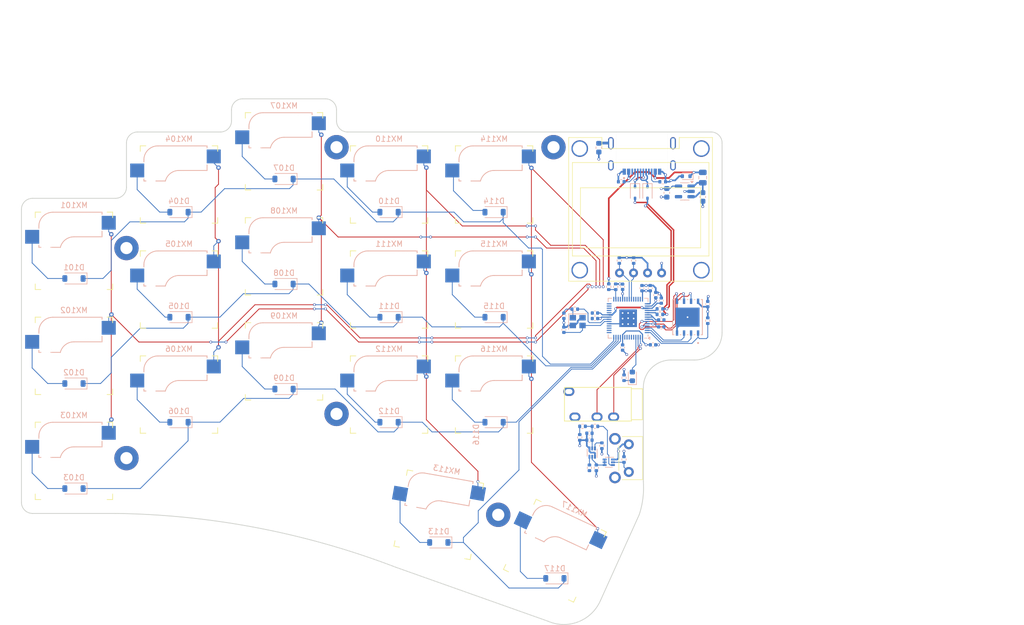
<source format=kicad_pcb>
(kicad_pcb (version 20240108) (generator "pcbnew") (generator_version "8.0")
  (layers (0 "F.Cu" signal) (1 "In1.Cu" signal) (2 "In2.Cu" signal) (31 "B.Cu" signal) (34 "B.Paste" user) (35 "F.Paste" user) (36 "B.SilkS" user "B.Silkscreen") (37 "F.SilkS" user "F.Silkscreen") (38 "B.Mask" user) (39 "F.Mask" user) (44 "Edge.Cuts" user))
  (net 0 "")
  (net 1 "+1V1")
  (net 2 "GND")
  (net 3 "Net-(C3-Pad1)")
  (net 4 "Net-(D1-K)")
  (net 5 "+3V3")
  (net 6 "+5V")
  (net 7 "Net-(J3-CC1)")
  (net 9 "Net-(J3-CC2)")
  (net 26 "VBUS")
  (net 27 "GNDPWR")
  (net 28 "/Left MCU/XIN")
  (net 29 "/Left MCU/LED")
  (net 30 "/Left MCU/D-")
  (net 31 "/Left MCU/USB_D-")
  (net 32 "/Left MCU/D+")
  (net 33 "/Left MCU/USB_D+")
  (net 34 "/Left MCU/SCL")
  (net 35 "/Left MCU/SDA")
  (net 36 "/Left MCU/QSPI_~{CS}")
  (net 37 "/Left MCU/XOUT")
  (net 38 "/Left MCU/CD+")
  (net 39 "/Left MCU/CD-")
  (net 40 "/Left MCU/QSPI_SD1")
  (net 41 "/Left MCU/QSPI_SD2")
  (net 42 "/Left MCU/QSPI_SD0")
  (net 43 "/Left MCU/QSPI_SCLK")
  (net 44 "/Left MCU/QSPI_SD3")
  (net 45 "/Left MCU/TX")
  (net 46 "/Left MCU/RX")
  (net 47 "/Left MCU/ROW-4")
  (net 48 "/Left MCU/ROW-3")
  (net 49 "/Left MCU/ROW-2")
  (net 50 "/Left MCU/ROW-1")
  (net 51 "/Left MCU/~{RESET}")
  (net 52 "/Left MCU/COL-1")
  (net 53 "/Left MCU/COL-2")
  (net 54 "/Left MCU/COL-3")
  (net 55 "/Left MCU/COL-4")
  (net 56 "/Left MCU/COL-5")
  (net 57 "Net-(D101-A)")
  (net 58 "Net-(D102-A)")
  (net 60 "Net-(D103-A)")
  (net 61 "Net-(D104-A)")
  (net 62 "Net-(D105-A)")
  (net 63 "Net-(D106-A)")
  (net 64 "Net-(D107-A)")
  (net 65 "Net-(D108-A)")
  (net 66 "Net-(D109-A)")
  (net 67 "Net-(D110-A)")
  (net 68 "Net-(D111-A)")
  (net 69 "Net-(D112-A)")
  (net 70 "/Left MCU/VBUS_DETECT")
  (net 71 "Net-(D113-A)")
  (net 72 "Net-(D114-A)")
  (net 73 "Net-(D115-A)")
  (net 74 "Net-(D116-A)")
  (net 75 "Net-(D117-A)")
  (net 78 "Net-(Q2B-G)")
  (net 79 "/Left MCU/SWITCH")
  (net 80 "Net-(Q1B-D)")
  (net 81 "Net-(Q1A-D)")
  (net 82 "/Left MCU/~{BOOTSEL}")
  (net 83 "Net-(R15-Pad2)")
  (footprint "Keyboard:Kailh_socket_MX" (layer "F.Cu") (at 50.75 48.25)
    (property "Reference" "MX104")
    (property "Value" "SW_Push" (hide yes))
  )
  (footprint "Keyboard:Kailh_socket_MX" (layer "F.Cu") (at 107.75 48.25)
    (property "Reference" "MX114")
    (property "Value" "SW_Push" (hide yes))
  )
  (footprint "Keyboard:TRRS-PJ-320A" (layer "F.Cu") (at 132.576 88 -90)
    (property "Reference" "J101")
    (property "Value" "AudioJack4")
  )
  (footprint "Keyboard:Kailh_socket_MX" (layer "F.Cu") (at 69.75 61.25)
    (property "Reference" "MX108")
    (property "Value" "SW_Push" (hide yes))
  )
  (footprint "MountingHole:MountingHole_2.2mm_M2_Pad" (layer "F.Cu") (at 41.25 97.75)
    (property "Reference" "H101" (hide yes))
    (property "Value" "MountingHole_Pad" (hide yes))
  )
  (footprint "Keyboard:Kailh_socket_MX" (layer "F.Cu") (at 69.75 42.25)
    (property "Reference" "MX107")
    (property "Value" "SW_Push" (hide yes))
  )
  (footprint "MountingHole:MountingHole_2.2mm_M2_Pad" (layer "F.Cu") (at 118.5 41.5)
    (property "Reference" "H103" (hide yes))
    (property "Value" "MountingHole_Pad" (hide yes))
  )
  (footprint "MountingHole:MountingHole_2.2mm_M2_Pad" (layer "F.Cu") (at 41.25 59.75)
    (property "Reference" "H102" (hide yes))
    (property "Value" "MountingHole_Pad" (hide yes))
  )
  (footprint "Keyboard:Kailh_socket_MX" (layer "F.Cu") (at 31.75 60.25)
    (property "Reference" "MX101")
    (property "Value" "SW_Push" (hide yes))
  )
  (footprint "Keyboard:Kailh_socket_MX" (layer "F.Cu") (at 118.75 114.5 -25)
    (property "Reference" "MX117")
    (property "Value" "SW_Push" (hide yes))
  )
  (footprint "Keyboard:Kailh_socket_MX" (layer "F.Cu") (at 88.75 48.25)
    (property "Reference" "MX110")
    (property "Value" "SW_Push" (hide yes))
  )
  (footprint "MountingHole:MountingHole_2.2mm_M2_Pad" (layer "F.Cu") (at 79.25 41.5)
    (property "Reference" "H104" (hide yes))
    (property "Value" "MountingHole_Pad" (hide yes))
  )
  (footprint "Keyboard:Kailh_socket_MX" (layer "F.Cu") (at 107.75 67.25)
    (property "Reference" "MX115")
    (property "Value" "SW_Push" (hide yes))
  )
  (footprint "Keyboard:Kailh_socket_MX" (layer "F.Cu") (at 88.75 67.25)
    (property "Reference" "MX111")
    (property "Value" "SW_Push" (hide yes))
  )
  (footprint "MountingHole:MountingHole_2.2mm_M2_Pad" (layer "F.Cu") (at 108.5 108)
    (property "Reference" "H105" (hide yes))
    (property "Value" "MountingHole_Pad" (hide yes))
  )
  (footprint "Keyboard:Kailh_socket_MX" (layer "F.Cu") (at 88.75 86.25)
    (property "Reference" "MX112")
    (property "Value" "SW_Push" (hide yes))
  )
  (footprint "Keyboard:Kailh_socket_MX" (layer "F.Cu") (at 50.75 86.25)
    (property "Reference" "MX106")
    (property "Value" "SW_Push" (hide yes))
  )
  (footprint "Keyboard:Kailh_socket_MX" (layer "F.Cu") (at 97.75 108 -10)
    (property "Reference" "MX113")
    (property "Value" "SW_Push" (hide yes))
  )
  (footprint "Keyboard:Kailh_socket_MX" (layer "F.Cu") (at 31.75 98.25)
    (property "Reference" "MX103")
    (property "Value" "SW_Push" (hide yes))
  )
  (footprint "Keyboard:Kailh_socket_MX" (layer "F.Cu") (at 107.75 86.25)
    (property "Reference" "MX116")
    (property "Value" "SW_Push" (hide yes))
  )
  (footprint "Keyboard:Kailh_socket_MX" (layer "F.Cu") (at 31.75 79.25)
    (property "Reference" "MX102")
    (property "Value" "SW_Push" (hide yes))
  )
  (footprint "Keyboard:Kailh_socket_MX" (layer "F.Cu") (at 50.75 67.25)
    (property "Reference" "MX105")
    (property "Value" "SW_Push" (hide yes))
  )
  (footprint "MountingHole:MountingHole_2.2mm_M2_Pad" (layer "F.Cu") (at 79.25 89.75)
    (property "Reference" "H106" (hide yes))
    (property "Value" "MountingHole_Pad" (hide yes))
  )
  (footprint "Keyboard:Kailh_socket_MX" (layer "F.Cu") (at 69.75 80.25)
    (property "Reference" "MX109")
    (property "Value" "SW_Push" (hide yes))
  )
  (footprint "Keyboard:SSD1306_0.96_Oled" (layer "F.Cu") (at 134.25 52.75 180)
    (property "Reference" "J4" (hide yes))
    (property "Value" "CONN_DISPLAY" (hide yes))
  )
  (footprint "Keyboard:SW_SKHLLCA010" (layer "F.Cu") (at 130.87 97.75 -90)
    (property "Reference" "J102" (hide yes))
    (property "Value" "switch" (hide yes))
  )
  (footprint "Capacitor_SMD:C_0603_1608Metric" (layer "B.Cu") (at 139 49.75 -90)
    (property "Reference" "C16" (hide yes))
    (property "Value" "4u7" (hide yes))
  )
  (footprint "LED_SMD:LED_0603_1608Metric" (layer "B.Cu") (at 132.76375 82.9625 90)
    (property "Reference" "D1" (hide yes))
    (property "Value" "LED" (hide yes))
  )
  (footprint "Diode_SMD:D_SOD-123" (layer "B.Cu") (at 69.75 66.25 180)
    (property "Reference" "D108")
    (property "Value" "type=\"D\" model=\"DIODE\" lib=\"\"" (hide yes))
  )
  (footprint "Diode_SMD:D_SOD-123" (layer "B.Cu") (at 31.75 103.25 180)
    (property "Reference" "D103")
    (property "Value" "type=\"D\" model=\"DIODE\" lib=\"\"" (hide yes))
  )
  (footprint "Resistor_SMD:R_0402_1005Metric" (layer "B.Cu") (at 125 99.5 90)
    (property "Reference" "R17" (hide yes))
    (property "Value" "1K" (hide yes))
  )
  (footprint "Keyboard:SOT-563" (layer "B.Cu") (at 128.5 98.5 180)
    (property "Reference" "Q1" (hide yes))
    (property "Value" "2N7002VC-7" (hide yes))
  )
  (footprint "Resistor_SMD:R_0402_1005Metric" (layer "B.Cu") (at 127.25 95.5 90)
    (property "Reference" "R13" (hide yes))
    (property "Value" "5K1" (hide yes))
  )
  (footprint "Capacitor_SMD:C_0402_1005Metric" (layer "B.Cu") (at 138 69.25 90)
    (property "Reference" "C4" (hide yes))
    (property "Value" "1µ" (hide yes))
  )
  (footprint "Resistor_SMD:R_0402_1005Metric" (layer "B.Cu") (at 137.75 71.75 180)
    (property "Reference" "R4" (hide yes))
    (property "Value" "27" (hide yes))
  )
  (footprint "Diode_SMD:D_SOD-123" (layer "B.Cu") (at 107.75 53.25 180)
    (property "Reference" "D114")
    (property "Value" "type=\"D\" model=\"DIODE\" lib=\"\"" (hide yes))
  )
  (footprint "Crystal:Crystal_SMD_2520-4Pin_2.5x2.0mm" (layer "B.Cu") (at 122.875 73.05)
    (property "Reference" "Y1" (hide yes))
    (property "Value" "12MHz" (hide yes))
  )
  (footprint "Resistor_SMD:R_0402_1005Metric" (layer "B.Cu") (at 137.75 70.75 180)
    (property "Reference" "R5" (hide yes))
    (property "Value" "27" (hide yes))
  )
  (footprint "Capacitor_SMD:C_0402_1005Metric" (layer "B.Cu") (at 136 67 90)
    (property "Reference" "C6" (hide yes))
    (property "Value" "100n" (hide yes))
  )
  (footprint "Capacitor_SMD:C_0402_1005Metric" (layer "B.Cu") (at 146.405 69.8798 90)
    (property "Reference" "C1" (hide yes))
    (property "Value" "100n" (hide yes))
  )
  (footprint "Package_TO_SOT_SMD:SOT-23-5" (layer "B.Cu") (at 142.25 49.5 180)
    (property "Reference" "U3" (hide yes))
    (property "Value" "XC6210B332MR-G" (hide yes))
  )
  (footprint "Capacitor_SMD:C_0402_1005Metric" (layer "B.Cu") (at 136.5 77.25)
    (property "Reference" "C10" (hide yes))
    (property "Value" "100n" (hide yes))
  )
  (footprint "Resistor_SMD:R_0402_1005Metric" (layer "B.Cu") (at 128.5 66.75 -90)
    (property "Reference" "R11" (hide yes))
    (property "Value" "5K1" (hide yes))
  )
  (footprint "Resistor_SMD:R_0402_1005Metric" (layer "B.Cu") (at 122.35 70.8 180)
    (property "Reference" "R3" (hide yes))
    (property "Value" "1K" (hide yes))
  )
  (footprint "Diode_SMD:D_SOD-123" (layer "B.Cu") (at 69.75 47.25 180)
    (property "Reference" "D107")
    (property "Value" "type=\"D\" model=\"DIODE\" lib=\"\"" (hide yes))
  )
  (footprint "Diode_SMD:D_SOD-123" (layer "B.Cu") (at 50.75 53.25 180)
    (property "Reference" "D104")
    (property "Value" "type=\"D\" model=\"DIODE\" lib=\"\"" (hide yes))
  )
  (footprint "Diode_SMD:D_SOD-523" (layer "B.Cu") (at 142.5 46.75 180)
    (property "Reference" "D2" (hide yes))
    (property "Value" "ESD5Z5V0" (hide yes))
  )
  (footprint "Capacitor_SMD:C_0402_1005Metric" (layer "B.Cu") (at 125 94.5 180)
    (property "Reference" "C17" (hide yes))
    (property "Value" "4u7" (hide yes))
  )
  (footprint "Resistor_SMD:R_0402_1005Metric" (layer "B.Cu") (at 130.4 62 90)
    (property "Reference" "R106" (hide yes))
    (property "Value" "4K7" (hide yes))
  )
  (footprint "Resistor_SMD:R_0402_1005Metric" (layer "B.Cu") (at 131.25 98 -90)
    (property "Reference" "R6" (hide yes))
    (property "Value" "5K1" (hide yes))
  )
  (footprint "Capacitor_SMD:C_0402_1005Metric" (layer "B.Cu") (at 120.375 72 -90)
    (property "Reference" "C3" (hide yes))
    (property "Value" "15p" (hide yes))
  )
  (footprint "Resistor_SMD:R_0402_1005Metric" (layer "B.Cu") (at 146.405 72.8798 -90)
    (property "Reference" "R2" (hide yes))
    (property "Value" "10K" (hide yes))
  )
  (footprint "Resistor_SMD:R_0402_1005Metric" (layer "B.Cu") (at 133 62 90)
    (property "Reference" "R107" (hide yes))
    (property "Value" "4K7" (hide yes))
  )
  (footprint "Capacitor_SMD:C_0402_1005Metric" (layer "B.Cu") (at 134.5 67 90)
    (property "Reference" "C7" (hide yes))
    (property "Value" "100n" (hide yes))
  )
  (footprint "Capacitor_SMD:C_0402_1005Metric" (layer "B.Cu") (at 138 72.75)
    (property "Reference" "C11" (hide yes))
    (property "Value" "100n" (hide yes))
  )
  (footprint "Resistor_SMD:R_0402_1005Metric" (layer "B.Cu") (at 130.75 47.75)
    (property "Reference" "R9" (hide yes))
    (property "Value" "5K1" (hide yes))
  )
  (footprint "Capacitor_SMD:C_0402_1005Metric" (layer "B.Cu") (at 125 93.25 180)
    (property "Reference" "C19" (hide yes))
    (property "Value" "10u" (hide yes))
  )
  (footprint "Resistor_SMD:R_0402_1005Metric" (layer "B.Cu") (at 131.26375 83.2125 -90)
    (property "Reference" "R1" (hide yes))
    (property "Value" "2K2" (hide yes))
  )
  (footprint "Diode_SMD:D_SOD-123" (layer "B.Cu") (at 88.75 53.25 180)
    (property "Reference" "D110")
    (property "Value" "type=\"D\" model=\"DIODE\" lib=\"\"" (hide yes))
  )
  (footprint "Diode_SMD:D_SOD-123" (layer "B.Cu") (at 69.75 85.25 180)
    (property "Reference" "D109")
    (property "Value" "type=\"D\" model=\"DIODE\" lib=\"\"" (hide yes))
  )
  (footprint "Diode_SMD:D_SOD-123" (layer "B.Cu") (at 31.75 65.25 180)
    (property "Reference" "D101")
    (property "Value" "type=\"D\" model=\"DIODE\" lib=\"\"" (hide yes))
  )
  (footprint "Capacitor_SMD:C_0402_1005Metric" (layer "B.Cu") (at 120.375 74.53 90)
    (property "Reference" "C2" (hide yes))
    (property "Value" "15p" (hide yes))
  )
  (footprint "Diode_SMD:D_SOD-123" (layer "B.Cu") (at 107.75 91.25 180)
    (property "Reference" "D116")
    (property "Value" "type=\"D\" model=\"DIODE\" lib=\"\"" (hide yes))
  )
  (footprint "Diode_SMD:D_SOD-123" (layer "B.Cu") (at 50.75 72.25 180)
    (property "Reference" "D105")
    (property "Value" "type=\"D\" model=\"DIODE\" lib=\"\"" (hide yes))
  )
  (footprint "Resistor_SMD:R_0402_1005Metric" (layer "B.Cu") (at 126.25 99.5 90)
    (property "Reference" "R7" (hide yes))
    (property "Value" "5K1" (hide yes))
  )
  (footprint "Diode_SMD:D_SOD-123" (layer "B.Cu") (at 50.75 91.25 180)
    (property "Reference" "D106")
    (property "Value" "type=\"D\" model=\"DIODE\" lib=\"\"" (hide yes))
  )
  (footprint "Fuse:Fuse_0805_2012Metric" (layer "B.Cu") (at 145.5 47 -90)
    (property "Reference" "F1" (hide yes))
    (property "Value" "SMD0805-050-16V" (hide yes))
  )
  (footprint "Resistor_SMD:R_0402_1005Metric" (layer "B.Cu") (at 123.75 92 180)
    (property "Reference" "R15" (hide yes))
    (property "Value" "51K" (hide yes))
  )
  (footprint "Diode_SMD:D_SOD-123" (layer "B.Cu") (at 31.75 84.25 180)
    (property "Reference" "D102")
    (property "Value" "type=\"D\" model=\"DIODE\" lib=\"\"" (hide yes))
  )
  (footprint "Capacitor_SMD:C_0402_1005Metric" (layer "B.Cu") (at 131 66.75 90)
    (property "Reference" "C8" (hide yes))
    (property "Value" "100n" (hide yes))
  )
  (footprint "Diode_SMD:D_SOD-323" (layer "B.Cu") (at 133.25 49.7 -90)
    (property "Reference" "D3" (hide yes))
    (property "Value" "SD05_SOD323" (hide yes))
  )
  (footprint "Package_DFN_QFN:QFN-56-1EP_7x7mm_P0.4mm_EP3.2x3.2mm" (layer "B.Cu") (at 132 72.4375 90)
    (property "Reference" "U2" (hide yes))
    (property "Value" "RP2040")
  )
  (footprint "Capacitor_SMD:C_0402_1005Metric" (layer "B.Cu") (at 126 72.5 180)
    (property "Reference" "C9" (hide yes))
    (property "Value" "100n" (hide yes))
  )
  (footprint "Keyboard:WSON_128JVPIQ_WIN" (layer "B.Cu") (at 142.75 72.25 90)
    (property "Reference" "U1" (hide yes))
    (property "Value" "W25Q128JVPIQ" (hide yes))
  )
  (footprint "Diode_SMD:D_SOD-123" (layer "B.Cu") (at 97.75 113 180)
    (property "Reference" "D113")
    (property "Value" "type=\"D\" model=\"DIODE\" lib=\"\"" (hide yes))
  )
  (footprint "Keyboard:MOLEX_2169900003" (layer "B.Cu") (at 134.5 40.7825)
    (property "Reference" "J3" (hide yes))
    (property "Value" "TYPE-C-31-M-12" (hide yes))
    (fp_line (start -4.62 4.6) (end -4.62 -2.1) (stroke (width 0.01)) (layer "Edge.Cuts"))
    (fp_line (start 3.80038 4.6) (end -3.80038 4.6) (stroke (width 0.01)) (layer "Edge.Cuts"))
    (fp_line (start 4.62 -2.1) (end -4.62 -2.1) (stroke (width 0.01)) (layer "Edge.Cuts"))
    (fp_line (start 4.62 4.6) (end 4.62 -2.1) (stroke (width 0.01)) (layer "Edge.Cuts"))
    (fp_arc (start -4.060191 4.75) (mid -3.950382 4.640191) (end -3.80038 4.6) (stroke (width 0.01)) (layer "Edge.Cuts"))
    (fp_arc (start -4.060191 4.750001) (mid -4.397645 4.889778) (end -4.62 4.6) (stroke (width 0.01)) (layer "Edge.Cuts"))
    (fp_arc (start 3.80038 4.6) (mid 3.950388 4.640185) (end 4.06019 4.75) (stroke (width 0.01)) (layer "Edge.Cuts"))
    (fp_arc (start 4.62 4.600001) (mid 4.397645 4.889778) (end 4.06019 4.75) (stroke (width 0.01)) (layer "Edge.Cuts"))
  )
  (footprint "Diode_SMD:D_SOD-123" (layer "B.Cu") (at 118.75 119.5 180)
    (property "Reference" "D117")
    (property "Value" "type=\"D\" model=\"DIODE\" lib=\"\"" (hide yes))
  )
  (footprint "Inductor_SMD:L_0603_1608Metric" (layer "B.Cu") (at 126.7 41.5875 -90)
    (property "Reference" "FB1" (hide yes))
    (property "Value" "PZ1608U600" (hide yes))
  )
  (footprint "Diode_SMD:D_SOD-323" (layer "B.Cu") (at 135.5 49.7 -90)
    (property "Reference" "D4" (hide yes))
    (property "Value" "SD05_SOD323" (hide yes))
  )
  (footprint "Capacitor_SMD:C_0402_1005Metric" (layer "B.Cu") (at 126 71.5 180)
    (property "Reference" "C13" (hide yes))
    (property "Value" "100n" (hide yes))
  )
  (footprint "Resistor_SMD:R_0402_1005Metric" (layer "B.Cu") (at 138.25 47.75)
    (property "Reference" "R10" (hide yes))
    (property "Value" "5K1" (hide yes))
  )
  (footprint "Diode_SMD:D_SOD-123" (layer "B.Cu") (at 88.75 72.25 180)
    (property "Reference" "D111")
    (property "Value" "type=\"D\" model=\"DIODE\" lib=\"\"" (hide yes))
  )
  (footprint "Capacitor_SMD:C_0402_1005Metric" (layer "B.Cu") (at 137 68.25 90)
    (property "Reference" "C5" (hide yes))
    (property "Value" "1µ" (hide yes))
  )
  (footprint "Resistor_SMD:R_0402_1005Metric" (layer "B.Cu") (at 129.75 66.75 90)
    (property "Reference" "R12" (hide yes))
    (property "Value" "5K1" (hide yes))
  )
  (footprint "Capacitor_SMD:C_0603_1608Metric" (layer "B.Cu") (at 145.5 50.5 -90)
    (property "Reference" "C15" (hide yes))
    (property "Value" "4u7" (hide yes))
  )
  (footprint "Capacitor_SMD:C_0402_1005Metric" (layer "B.Cu") (at 131 77.75 -90)
    (property "Reference" "C12" (hide yes))
    (property "Value" "100n" (hide yes))
  )
  (footprint "Resistor_SMD:R_0402_1005Metric" (layer "B.Cu") (at 123.25 94 -90)
    (property "Reference" "R16" (hide yes))
    (property "Value" "51K" (hide yes))
  )
  (footprint "Diode_SMD:D_SOD-123" (layer "B.Cu") (at 107.75 72.25 180)
    (property "Reference" "D115")
    (property "Value" "type=\"D\" model=\"DIODE\" lib=\"\"" (hide yes))
  )
  (footprint "Diode_SMD:D_SOD-123" (layer "B.Cu") (at 88.75 91.25 180)
    (property "Reference" "D112")
    (property "Value" "type=\"D\" model=\"DIODE\" lib=\"\"" (hide yes))
  )
  (footprint "Resistor_SMD:R_0402_1005Metric" (layer "B.Cu") (at 126 92 180)
    (property "Reference" "R14" (hide yes))
    (property "Value" "51K" (hide yes))
  )
  (footprint "Keyboard:SOT-563" (layer "B.Cu") (at 125.5 96.75 90)
    (property "Reference" "Q2" (hide yes))
    (property "Value" "2N7002VC-7" (hide yes))
  )
  (footprint "Capacitor_SMD:C_0402_1005Metric" (layer "B.Cu") (at 138 74)
    (property "Reference" "C14" (hide yes))
    (property "Value" "100n" (hide yes))
  )
  (gr_line (start 117.5 127.25) (end 90 117.5) (stroke (width 0.15)) (layer "Edge.Cuts"))
  (gr_line (start 148.999999 40.750001) (end 149 75) (stroke (width 0.15)) (layer "Edge.Cuts"))
  (gr_arc (start 60.250001 34.750001) (mid 60.835787 33.335787) (end 62.250001 32.750001) (stroke (width 0.15)) (layer "Edge.Cuts"))
  (gr_line (start 41.250001 40.750001) (end 41.249999 48.749999) (stroke (width 0.15)) (layer "Edge.Cuts"))
  (gr_line (start 77.25 32.75) (end 62.250001 32.750001) (stroke (width 0.15)) (layer "Edge.Cuts"))
  (gr_arc (start 127 123.5) (mid 123.026651 127.342516) (end 117.5 127.25) (stroke (width 0.15)) (layer "Edge.Cuts"))
  (gr_arc (start 60.249999 36.749999) (mid 59.664213 38.164213) (end 58.249999 38.749999) (stroke (width 0.15)) (layer "Edge.Cuts"))
  (gr_line (start 60.250001 34.750001) (end 60.249999 36.749999) (stroke (width 0.15)) (layer "Edge.Cuts"))
  (gr_line (start 146.999999 38.750001) (end 81.250001 38.75) (stroke (width 0.15)) (layer "Edge.Cuts"))
  (gr_arc (start 134.75 85) (mid 136.214466 81.464466) (end 139.75 80) (stroke (width 0.15)) (layer "Edge.Cuts"))
  (gr_line (start 22.25 52.75) (end 22.25 105.75) (stroke (width 0.15)) (layer "Edge.Cuts"))
  (gr_arc (start 149 75) (mid 147.535539 78.535538) (end 144 80) (stroke (width 0.15)) (layer "Edge.Cuts"))
  (gr_line (start 79.249999 34.750001) (end 79.249997 36.749999) (stroke (width 0.15)) (layer "Edge.Cuts"))
  (gr_arc (start 146.999999 38.750001) (mid 148.414213 39.335787) (end 148.999999 40.750001) (stroke (width 0.15)) (layer "Edge.Cuts"))
  (gr_arc (start 39.25 107.749998) (mid 65.055793 110.382665) (end 90 117.5) (stroke (width 0.15)) (layer "Edge.Cuts"))
  (gr_line (start 144 80) (end 139.75 80) (stroke (width 0.15)) (layer "Edge.Cuts"))
  (gr_line (start 134 108) (end 127 123.5) (stroke (width 0.15)) (layer "Edge.Cuts"))
  (gr_line (start 134.75 102) (end 134.75 85) (stroke (width 0.15)) (layer "Edge.Cuts"))
  (gr_arc (start 41.249999 48.749999) (mid 40.664213 50.164213) (end 39.249999 50.749999) (stroke (width 0.15)) (layer "Edge.Cuts"))
  (gr_arc (start 41.250001 40.750001) (mid 41.835787 39.335787) (end 43.250001 38.750001) (stroke (width 0.15)) (layer "Edge.Cuts"))
  (gr_line (start 39.25 107.749998) (end 24.250001 107.749999) (stroke (width 0.15)) (layer "Edge.Cuts"))
  (gr_line (start 39.249999 50.749999) (end 24.25 50.75) (stroke (width 0.15)) (layer "Edge.Cuts"))
  (gr_arc (start 134.75 102) (mid 134.670474 105.036934) (end 134 108) (stroke (width 0.15)) (layer "Edge.Cuts"))
  (gr_arc (start 77.249999 32.750001) (mid 78.664213 33.335787) (end 79.249999 34.750001) (stroke (width 0.15)) (layer "Edge.Cuts"))
  (gr_line (start 58.25 38.75) (end 43.250001 38.750001) (stroke (width 0.15)) (layer "Edge.Cuts"))
  (gr_arc (start 24.250001 107.749999) (mid 22.835787 107.164213) (end 22.250001 105.749999) (stroke (width 0.15)) (layer "Edge.Cuts"))
  (gr_arc (start 22.25 52.75) (mid 22.835786 51.335786) (end 24.25 50.75) (stroke (width 0.15)) (layer "Edge.Cuts"))
  (gr_arc (start 81.250001 38.749999) (mid 79.835787 38.164213) (end 79.250001 36.749999) (stroke (width 0.15)) (layer "Edge.Cuts"))
  (segment (start 134.5 70.5) (end 130 70.5) (width 0.3) (layer "F.Cu") (net 1))
  (segment (start 130 70.5) (end 129.75 70.75) (width 0.3) (layer "F.Cu") (net 1))
  (via (at 129.75 70.75) (size 0.5) (drill 0.3) (layers "F.Cu" "B.Cu") (net 1))
  (via (at 134.5 70.5) (size 0.5) (drill 0.3) (layers "F.Cu" "B.Cu") (net 1))
  (segment (start 135.4375 70.6375) (end 134.6375 70.6375) (width 0.3) (layer "B.Cu") (net 1))
  (segment (start 128.5625 71.8375) (end 127.3375 71.8375) (width 0.2) (layer "B.Cu") (net 1))
  (segment (start 137.264974 69.73) (end 138 69.73) (width 0.2) (layer "B.Cu") (net 1))
  (segment (start 134.6375 70.6375) (end 134.5 70.5) (width 0.3) (layer "B.Cu") (net 1))
  (segment (start 136.344607 72.6375) (end 137 73.292893) (width 0.2) (layer "B.Cu") (net 1))
  (segment (start 128.5625 71.8375) (end 129.09636 71.8375) (width 0.3) (layer "B.Cu") (net 1))
  (segment (start 137 73.75) (end 137.25 74) (width 0.2) (layer "B.Cu") (net 1))
  (segment (start 135.4375 72.6375) (end 136.344607 72.6375) (width 0.2) (layer "B.Cu") (net 1))
  (segment (start 135.4375 70.6375) (end 136.357474 70.6375) (width 0.2) (layer "B.Cu") (net 1))
  (segment (start 127 71.5) (end 126.48 71.5) (width 0.2) (layer "B.Cu") (net 1))
  (segment (start 129.09636 71.8375) (end 129.75 71.18386) (width 0.3) (layer "B.Cu") (net 1))
  (segment (start 136.357474 70.6375) (end 137.264974 69.73) (width 0.2) (layer "B.Cu") (net 1))
  (segment (start 129.75 71.18386) (end 129.75 70.75) (width 0.3) (layer "B.Cu") (net 1))
  (segment (start 137 73.292893) (end 137 73.75) (width 0.2) (layer "B.Cu") (net 1))
  (segment (start 127.3375 71.8375) (end 127 71.5) (width 0.2) (layer "B.Cu") (net 1))
  (segment (start 137.25 74) (end 137.52 74) (width 0.2) (layer "B.Cu") (net 1))
  (via (at 131 71.5) (size 0.5) (drill 0.3) (layers "F.Cu" "B.Cu") (net 2))
  (via (at 137.5 77.25) (size 0.5) (drill 0.3) (layers "F.Cu" "B.Cu") (net 2))
  (via (at 126.7 43.65) (size 0.5) (drill 0.3) (layers "F.Cu" "B.Cu") (net 2))
  (via (at 131 73.5) (size 0.5) (drill 0.3) (layers "F.Cu" "B.Cu") (net 2))
  (via (at 138.06 62.5) (size 0.5) (drill 0.3) (layers "F.Cu" "B.Cu") (net 2))
  (via (at 123.25 95.5) (size 0.5) (drill 0.3) (layers "F.Cu" "B.Cu") (net 2))
  (via (at 130.25 96.5) (size 0.5) (drill 0.3) (layers "F.Cu" "B.Cu") (net 2))
  (via (at 132 73.5) (size 0.5) (drill 0.3) (layers "F.Cu" "B.Cu") (net 2))
  (via (at 146.5 68.5) (size 0.5) (drill 0.3) (layers "F.Cu" "B.Cu") (net 2))
  (via (at 132 71.5) (size 0.5) (drill 0.3) (layers "F.Cu" "B.Cu") (net 2))
  (via (at 135.25 66.52) (size 0.5) (drill 0.3) (layers "F.Cu" "B.Cu") (net 2))
  (via (at 142.25 49.5) (size 0.5) (drill 0.3) (layers "F.Cu" "B.Cu") (net 2))
  (via (at 145.5 52.25) (size 0.5) (drill 0.3) (layers "F.Cu" "B.Cu") (net 2))
  (via (at 133 72.5) (size 0.5) (drill 0.3) (layers "F.Cu" "B.Cu") (net 2))
  (via (at 142.75 72.25) (size 0.5) (drill 0.3) (layers "F.Cu" "B.Cu") (net 2))
  (via (at 130.25 46.5) (size 0.5) (drill 0.3) (layers "F.Cu" "B.Cu") (net 2))
  (via (at 131 72.5) (size 0.5) (drill 0.3) (layers "F.Cu" "B.Cu") (net 2))
  (via (at 133 71.5) (size 0.5) (drill 0.3) (layers "F.Cu" "B.Cu") (net 2))
  (via (at 130.5 66.24) (size 0.5) (drill 0.3) (layers "F.Cu" "B.Cu") (net 2))
  (via (at 138.76 46.5) (size 0.5) (drill 0.3) (layers "F.Cu" "B.Cu") (net 2))
  (via (at 138 50.5) (size 0.5) (drill 0.3) (layers "F.Cu" "B.Cu") (net 2))
  (via (at 131.26375 81.7125) (size 0.5) (drill 0.3) (layers "F.Cu" "B.Cu") (net 2))
  (via (at 133 73.5) (size 0.5) (drill 0.3) (layers "F.Cu" "B.Cu") (net 2))
  (via (at 132 72.4375) (size 0.5) (drill 0.3) (layers "F.Cu" "B.Cu") (net 2))
  (via (at 131.75 79) (size 0.5) (drill 0.3) (layers "F.Cu" "B.Cu") (net 2))
  (via (at 120.375 73.25) (size 0.5) (drill 0.3) (layers "F.Cu" "B.Cu") (net 2))
  (via (at 137.656 68.019) (size 0.5) (drill 0.3) (layers "F.Cu" "B.Cu") (net 2))
  (via (at 139.75 47.5) (size 0.5) (drill 0.3) (layers "F.Cu" "B.Cu") (net 2))
  (segment (start 140.845 75.1202) (end 140.845 74.155) (width 0.3) (layer "B.Cu") (net 2))
  (segment (start 126 96.85) (end 125.9 96.75) (width 0.3) (layer "B.Cu") (net 2))
  (segment (start 123.25 94.51) (end 123.26 94.5) (width 0.3) (layer "B.Cu") (net 2))
  (segment (start 137 67.77) (end 137.407 67.77) (width 0.3) (layer "B.Cu") (net 2))
  (segment (start 138.025 50.525) (end 139 50.525) (width 0.2) (layer "B.Cu") (net 2))
  (segment (start 139.5 47.75) (end 138.76 47.75) (width 0.3) (layer "B.Cu") (net 2))
  (segment (start 131 73.4375) (end 128.5625 73.4375) (width 0.2) (layer "B.Cu") (net 2))
  (segment (start 123.25 94.51) (end 123.25 95.5) (width 0.3) (layer "B.Cu") (net 2))
  (segment (start 130 98) (end 129.25 98) (width 0.3) (layer "B.Cu") (net 2))
  (segment (start 122.35 73.75) (end 122.875 73.225) (width 0.3) (layer "B.Cu") (net 2))
  (segment (start 122.875 73.225) (end 122.875 72.95) (width 0.3) (layer "B.Cu") (net 2))
  (segment (start 123.26 94.5) (end 124.52 94.5) (width 0.3) (layer "B.Cu") (net 2))
  (segment (start 121.175 73.75) (end 122 73.75) (width 0.3) (layer "B.Cu") (net 2))
  (segment (start 120.875 74.05) (end 121.175 73.75) (width 0.3) (layer "B.Cu") (net 2))
  (segment (start 131 95.25) (end 132.12 95.25) (width 0.3) (layer "B.Cu") (net 2))
  (segment (start 130.8175 45.9325) (end 131.1 45.9325) (width 0.3) (layer "B.Cu") (net 2))
  (segment (start 138 68.77) (end 138 68.363) (width 0.3) (layer "B.Cu") (net 2))
  (segment (start 122.875 72.95) (end 123.475 72.35) (width 0.3) (layer "B.Cu") (net 2))
  (segment (start 130.25 97.75) (end 130 98) (width 0.3) (layer "B.Cu") (net 2))
  (segment (start 124.52 93.25) (end 124.52 94.5) (width 0.3) (layer "B.Cu") (net 2))
  (segment (start 141.25 46.75) (end 141.8 46.75) (width 0.3) (layer "B.Cu") (net 2))
  (segment (start 142.25 49.5) (end 143.3875 49.5) (width 0.3) (layer "B.Cu") (net 2))
  (segment (start 140.845 74.155) (end 142.75 72.25) (width 0.3) (layer "B.Cu") (net 2))
  (segment (start 135.25 66.52) (end 136 66.52) (width 0.3) (layer "B.Cu") (net 2))
  (segment (start 137 66.982) (end 136.538 66.52) (width 0.3) (layer "B.Cu") (net 2))
  (segment (start 130.25 46.5) (end 130.24 46.51) (width 0.3) (layer "B.Cu") (net 2))
  (segment (start 130.97 66.24) (end 131 66.27) (width 0.3) (layer "B.Cu") (net 2))
  (segment (start 137 67.77) (end 137 66.982) (width 0.3) (layer "B.Cu") (net 2))
  (segment (start 124.52 95.52) (end 124.52 94.5) (width 0.3) (layer "B.Cu") (net 2))
  (segment (start 131.75 79) (end 131.75 78.98) (width 0.2) (layer "B.Cu") (net 2))
  (segment (start 131.75 78.98) (end 131 78.23) (width 0.2) (layer "B.Cu") (net 2))
  (segment (start 146.405 69.3998) (end 146.405 68.595) (width 0.3) (layer "B.Cu") (net 2))
  (segment (start 131.26375 81.7125) (end 131.26375 82.7025) (width 0.3) (layer "B.Cu") (net 2))
  (segment (start 136.538 66.52) (end 136 66.52) (width 0.3) (layer "B.Cu") (net 2))
  (segment (start 139.75 47.5) (end 140.5 47.5) (width 0.3) (layer "B.Cu") (net 2))
  (segment (start 146.405 68.595) (end 146.5 68.5) (width 0.3) (layer "B.Cu") (net 2))
  (segment (start 137.407 67.77) (end 137.656 68.019) (width 0.3) (layer "B.Cu") (net 2))
  (segment (start 138 50.5) (end 138.025 50.525) (width 0.2) (layer "B.Cu") (net 2))
  (segment (start 132 72.4375) (end 131 73.4375) (width 0.2) (layer "B.Cu") (net 2))
  (segment (start 125 96.5) (end 125 96) (width 0.3) (layer "B.Cu") (net 2))
  (segment (start 125.25 96.75) (end 125 96.5) (width 0.3) (layer "B.Cu") (net 2))
  (segment (start 145.5 52.25) (end 145.5 51.275) (width 0.3) (layer "B.Cu") (net 2))
  (segment (start 129.75 66.24) (end 130.97 66.24) (width 0.3) (layer "B.Cu") (net 2))
  (segment (start 126 97.5) (end 126 96.85) (width 0.3) (layer "B.Cu") (net 2))
  (segment (start 138.76 46.5) (end 138.1925 45.9325) (width 0.3) (layer "B.Cu") (net 2))
  (segment (start 138 68.363) (end 137.656 68.019) (width 0.3) (layer "B.Cu") (net 2))
  (segment (start 138.76 46.5) (end 138.76 47.75) (width 0.3) (layer "B.Cu") (net 2))
  (segment (start 134.5 66.52) (end 135.25 66.52) (width 0.3) (layer "B.Cu") (net 2))
  (segment (start 120.375 74.05) (end 120.875 74.05) (width 0.3) (layer "B.Cu") (net 2))
  (segment (start 120.375 72.48) (end 120.375 74.05) (width 0.3) (layer "B.Cu") (net 2))
  (segment (start 125.9 96.75) (end 125.25 96.75) (width 0.3) (layer "B.Cu") (net 2))
  (segment (start 126.7 43.65) (end 126.7 42.375) (width 0.3) (layer "B.Cu") (net 2))
  (segment (start 125 96) (end 124.52 95.52) (width 0.3) (layer "B.Cu") (net 2))
  (segment (start 130.25 46.5) (end 130.8175 45.9325) (width 0.3) (layer "B.Cu") (net 2))
  (segment (start 140.5 47.5) (end 141.25 46.75) (width 0.3) (layer "B.Cu") (net 2))
  (segment (start 136.98 77.25) (end 137.5 77.25) (width 0.2) (layer "B.Cu") (net 2))
  (segment (start 130.24 46.51) (end 130.24 47.75) (width 0.3) (layer "B.Cu") (net 2))
  (segment (start 138.1925 45.9325) (end 137.7 45.9325) (width 0.3) (layer "B.Cu") (net 2))
  (segment (start 130.25 96) (end 131 95.25) (width 0.3) (layer "B.Cu") (net 2))
  (segment (start 139.75 47.5) (end 139.5 47.75) (width 0.3) (layer "B.Cu") (net 2))
  (segment (start 123.475 72.35) (end 123.75 72.35) (width 0.3) (layer "B.Cu") (net 2))
  (segment (start 130.25 96.5) (end 130.25 97.75) (width 0.3) (layer "B.Cu") (net 2))
  (segment (start 122 73.75) (end 122.35 73.75) (width 0.3) (layer "B.Cu") (net 2))
  (segment (start 138.06 62.5) (end 138.06 64.25) (width 0.3) (layer "B.Cu") (net 2))
  (segment (start 130.25 96.5) (end 130.25 96) (width 0.3) (layer "B.Cu") (net 2))
  (segment (start 121.885 70.8) (end 122 70.915) (width 0.15) (layer "B.Cu") (net 3))
  (segment (start 121.84 70.8) (end 121.885 70.8) (width 0.15) (layer "B.Cu") (net 3))
  (segment (start 120.8 70.8) (end 121.84 70.8) (width 0.15) (layer "B.Cu") (net 3))
  (segment (start 121.675 72.35) (end 122 72.35) (width 0.15) (layer "B.Cu") (net 3))
  (segment (start 120.375 71.52) (end 120.375 71.225) (width 0.15) (layer "B.Cu") (net 3))
  (segment (start 120.375 71.225) (end 120.8 70.8) (width 0.15) (layer "B.Cu") (net 3))
  (segment (start 121.84 70.8) (end 122 70.96) (width 0.15) (layer "B.Cu") (net 3))
  (segment (start 122 70.96) (end 122 72.35) (width 0.15) (layer "B.Cu") (net 3))
  (segment (start 132.76375 83.75) (end 132.73625 83.7225) (width 0.15) (layer "B.Cu") (net 4))
  (segment (start 132.73625 83.7225) (end 131.26375 83.7225) (width 0.15) (layer "B.Cu") (net 4))
  (via (at 135.25 77.25) (size 0.5) (drill 0.3) (layers "F.Cu" "B.Cu") (net 5))
  (via (at 135.25 67.48) (size 0.5) (drill 0.3) (layers "F.Cu" "B.Cu") (net 5))
  (via (at 126.953248 72.5) (size 0.5) (drill 0.3) (layers "F.Cu" "B.Cu") (net 5))
  (via (at 146.405 71.25) (size 0.5) (drill 0.3) (layers "F.Cu" "B.Cu") (net 5))
  (via (at 127.25 97) (size 0.5) (drill 0.3) (layers "F.Cu" "B.Cu") (net 5))
  (via (at 138 49) (size 0.5) (drill 0.3) (layers "F.Cu" "B.Cu") (net 5))
  (via (at 137 69.25) (size 0.5) (drill 0.3) (layers "F.Cu" "B.Cu") (net 5))
  (via (at 131.75 61.49) (size 0.5) (drill 0.3) (layers "F.Cu" "B.Cu") (net 5))
  (via (at 126.25 101) (size 0.5) (drill 0.3) (layers "F.Cu" "B.Cu") (net 5))
  (via (at 131.25 96.5) (size 0.5) (drill 0.3) (layers "F.Cu" "B.Cu") (net 5))
  (via (at 131 68) (size 0.5) (drill 0.3) (layers "F.Cu" "B.Cu") (net 5))
  (segment (start 135.25 77.25) (end 134.6 76.6) (width 0.2) (layer "B.Cu") (net 5))
  (segment (start 137 69.5) (end 137 68.73) (width 0.2) (layer "B.Cu") (net 5))
  (segment (start 135.52 62.52) (end 135.52 64.25) (width 0.3) (layer "B.Cu") (net 5))
  (segment (start 126.25 101) (end 126.25 100.01) (width 0.3) (layer "B.Cu") (net 5))
  (segment (start 146.405 70.3598) (end 145.385 70.3598) (width 0.3) (layer "B.Cu") (net 5))
  (segment (start 139 48.975) (end 139.575 48.975) (width 0.2) (layer "B.Cu") (net 5))
  (segment (start 139 48.975) (end 139.05 48.925) (width 0.2) (layer "B.Cu") (net 5))
  (segment (start 135.4375 71.8375) (end 136.1 71.8375) (width 0.2) (layer "B.Cu") (net 5))
  (segment (start 136.4875 72.2375) (end 137 72.75) (width 0.2) (layer "B.Cu") (net 5))
  (segment (start 134.6 76.6) (end 134.6 75.875) (width 0.2) (layer "B.Cu") (net 5))
  (segment (start 135.4375 72.2375) (end 136.4875 72.2375) (width 0.2) (layer "B.Cu") (net 5))
  (segment (start 138.025 48.975) (end 139 48.975) (width 0.2) (layer "B.Cu") (net 5))
  (segment (start 135.9125 69.8375) (end 136 69.75) (width 0.2) (layer "B.Cu") (net 5))
  (segment (start 136.2625 70.2375) (end 137 69.5) (width 0.2) (layer "B.Cu") (net 5))
  (segment (start 127.25 97) (end 127.25 96.01) (width 0.3) (layer "B.Cu") (net 5))
  (segment (start 146.405 70.3598) (end 146.405 72.3698) (width 0.3) (layer "B.Cu") (net 5))
  (segment (start 131 75.875) (end 131 77.27) (width 0.2) (layer "B.Cu") (net 5))
  (segment (start 139.05 48.925) (end 139.375 48.925) (width 0.2) (layer "B.Cu") (net 5))
  (segment (start 145.385 70.3598) (end 144.655 69.6298) (width 0.3) (layer "B.Cu") (net 5))
  (segment (start 136.1 71.8375) (end 136.5 72.2375) (width 0.2) (layer "B.Cu") (net 5))
  (segment (start 134.49 61.49) (end 135.52 62.52) (width 0.3) (layer "B.Cu") (net 5))
  (segment (start 139.575 48.975) (end 140 48.55) (width 0.2) (layer "B.Cu") (net 5))
  (segment (start 134.6 75.35) (end 134.6 75.875) (width 0.2) (layer "B.Cu") (net 5))
  (segment (start 137 72.75) (end 137.52 72.75) (width 0.2) (layer "B.Cu") (net 5))
  (segment (start 135.25 77.25) (end 136.02 77.25) (width 0.2) (layer "B.Cu") (net 5))
  (segment (start 131 69) (end 131 67.23) (width 0.2) (layer "B.Cu") (net 5))
  (segment (start 131.75 61.49) (end 134.49 61.49) (width 0.3) (layer "B.Cu") (net 5))
  (segment (start 135.4375 69.8375) (end 135.9125 69.8375) (width 0.2) (layer "B.Cu") (net 5))
  (segment (start 131 75.41185) (end 131.66185 74.75) (width 0.2) (layer "B.Cu") (net 5))
  (segment (start 138 49) (end 138.025 48.975) (width 0.2) (layer "B.Cu") (net 5))
  (segment (start 135.4375 70.2375) (end 136.2625 70.2375) (width 0.2) (layer "B.Cu") (net 5))
  (segment (start 127.215748 72.2375) (end 128.5625 72.2375) (width 0.2) (layer "B.Cu") (net 5))
  (segment (start 131.66185 74.75) (end 134 74.75) (width 0.2) (layer "B.Cu") (net 5))
  (segment (start 131 75.875) (end 131 75.41185) (width 0.2) (layer "B.Cu") (net 5))
  (segment (start 144.655 69.6298) (end 144.655 69.3798) (width 0.3) (layer "B.Cu") (net 5))
  (segment (start 126.953248 72.5) (end 127.215748 72.2375) (width 0.2) (layer "B.Cu") (net 5))
  (segment (start 134.5 67.48) (end 136 67.48) (width 0.3) (layer "B.Cu") (net 5))
  (segment (start 126.48 72.5) (end 126.953248 72.5) (width 0.2) (layer "B.Cu") (net 5))
  (segment (start 131.25 96.5) (end 131.25 97.49) (width 0.3) (layer "B.Cu") (net 5))
  (segment (start 134.6 69) (end 134.6 67.58) (width 0.2) (layer "B.Cu") (net 5))
  (segment (start 140 48.55) (end 141.1125 48.55) (width 0.2) (layer "B.Cu") (net 5))
  (segment (start 134.6 67.58) (end 134.5 67.48) (width 0.2) (layer "B.Cu") (net 5))
  (segment (start 136 69.75) (end 136 67.48) (width 0.2) (layer "B.Cu") (net 5))
  (segment (start 134 74.75) (end 134.6 75.35) (width 0.2) (layer "B.Cu") (net 5))
  (segment (start 131.75 61.49) (end 130.4 61.49) (width 0.3) (layer "B.Cu") (net 5))
  (segment (start 144.5125 47.9375) (end 145.5 47.9375) (width 0.3) (layer "B.Cu") (net 6))
  (segment (start 144.925 49.725) (end 145.5 49.725) (width 0.3) (layer "B.Cu") (net 6))
  (segment (start 145.5 47.9375) (end 145.5 49.725) (width 0.3) (layer "B.Cu") (net 6))
  (segment (start 144.2 50.45) (end 144.925 49.725) (width 0.3) (layer "B.Cu") (net 6))
  (segment (start 143.3875 50.45) (end 144.2 50.45) (width 0.3) (layer "B.Cu") (net 6))
  (segment (start 143.3875 48.55) (end 143.9 48.55) (width 0.3) (layer "B.Cu") (net 6))
  (segment (start 143.9 48.55) (end 144.5125 47.9375) (width 0.3) (layer "B.Cu") (net 6))
  (segment (start 132.25 47.75) (end 131.26 47.75) (width 0.15) (layer "B.Cu") (net 7))
  (segment (start 133.25 45.9325) (end 133.25 46.75) (width 0.15) (layer "B.Cu") (net 7))
  (segment (start 133.25 46.75) (end 132.25 47.75) (width 0.15) (layer "B.Cu") (net 7))
  (segment (start 137.74 47.75) (end 136.552748 47.75) (width 0.15) (layer "B.Cu") (net 9))
  (segment (start 136.25 47.447252) (end 136.25 45.9325) (width 0.15) (layer "B.Cu") (net 9))
  (segment (start 136.552748 47.75) (end 136.25 47.447252) (width 0.15) (layer "B.Cu") (net 9))
  (segment (start 132.125 47.125) (end 128.5 50.75) (width 0.3) (layer "F.Cu") (net 26))
  (segment (start 139.366336 47.0745) (end 140.378336 46.0625) (width 0.3) (layer "F.Cu") (net 26))
  (segment (start 140.378336 46.0625) (end 143.8875 46.0625) (width 0.3) (layer "F.Cu") (net 26))
  (segment (start 136.9 47.0745) (end 135.8255 46) (width 0.3) (layer "F.Cu") (net 26))
  (segment (start 128.5 50.75) (end 128.5 65.25) (width 0.3) (layer "F.Cu") (net 26))
  (segment (start 135.8255 46) (end 133.25 46) (width 0.3) (layer "F.Cu") (net 26))
  (segment (start 136.9 47.0745) (end 139.366336 47.0745) (width 0.3) (layer "F.Cu") (net 26))
  (segment (start 133.25 46) (end 132.125 47.125) (width 0.3) (layer "F.Cu") (net 26))
  (via (at 143.8875 46.0625) (size 0.5) (drill 0.3) (layers "F.Cu" "B.Cu") (net 26))
  (via (at 128.5 65.25) (size 0.5) (drill 0.3) (layers "F.Cu" "B.Cu") (net 26))
  (via (at 132.125 47.125) (size 0.5) (drill 0.3) (layers "F.Cu" "B.Cu") (net 26))
  (via (at 136.9 47.0745) (size 0.5) (drill 0.3) (layers "F.Cu" "B.Cu") (net 26))
  (segment (start 128.5 65.25) (end 128.5 66.24) (width 0.3) (layer "B.Cu") (net 26))
  (segment (start 143.2 46.75) (end 143.8875 46.0625) (width 0.3) (layer "B.Cu") (net 26))
  (segment (start 143.8875 46.0625) (end 145.5 46.0625) (width 0.3) (layer "B.Cu") (net 26))
  (segment (start 132.1 47.1) (end 132.1 45.9325) (width 0.3) (layer "B.Cu") (net 26))
  (segment (start 132.125 47.125) (end 132.1 47.1) (width 0.3) (layer "B.Cu") (net 26))
  (segment (start 136.9 47.0745) (end 136.9 45.9325) (width 0.3) (layer "B.Cu") (net 26))
  (segment (start 128.68 40.75) (end 126.75 40.75) (width 0.5) (layer "B.Cu") (net 27))
  (segment (start 140.02 40.72) (end 139.92 40.82) (width 0.5) (layer "B.Cu") (net 27))
  (segment (start 123.75 74.6) (end 123.75 73.75) (width 0.15) (layer "B.Cu") (net 28))
  (segment (start 123.34 75.01) (end 123.75 74.6) (width 0.15) (layer "B.Cu") (net 28))
  (segment (start 120.375 75.01) (end 123.34 75.01) (width 0.15) (layer "B.Cu") (net 28))
  (segment (start 128.5625 73.0375) (end 127.7125 73.0375) (width 0.15) (layer "B.Cu") (net 28))
  (segment (start 127 73.75) (end 123.75 73.75) (width 0.15) (layer "B.Cu") (net 28))
  (segment (start 127.7125 73.0375) (end 127 73.75) (width 0.15) (layer "B.Cu") (net 28))
  (segment (start 133.4 75.875) (end 133.4 80.85) (width 0.15) (layer "B.Cu") (net 29))
  (segment (start 132.76375 82.175) (end 132.75 82.18875) (width 0.15) (layer "B.Cu") (net 29))
  (segment (start 133.4 80.85) (end 132.76375 81.48625) (width 0.15) (layer "B.Cu") (net 29))
  (segment (start 132.76375 81.48625) (end 132.76375 82.175) (width 0.15) (layer "B.Cu") (net 29))
  (segment (start 132.75 82.16125) (end 132.76375 82.175) (width 0.15) (layer "B.Cu") (net 29))
  (segment (start 133.75 47) (end 133.25 47.5) (width 0.25) (layer "F.Cu") (net 30))
  (segment (start 134.7745 46.9755) (end 134.75 47) (width 0.2) (layer "F.Cu") (net 30))
  (segment (start 134.75 47) (end 133.75 47) (width 0.25) (layer "F.Cu") (net 30))
  (via (at 134.7745 46.9755) (size 0.5) (drill 0.3) (layers "F.Cu" "B.Cu") (net 30))
  (via (at 133.25 47.5) (size 0.5) (drill 0.3) (layers "F.Cu" "B.Cu") (net 30))
  (segment (start 134.7745 46.9755) (end 134.75 46.951) (width 0.25) (layer "B.Cu") (net 30))
  (segment (start 133.5 47.5) (end 133.75 47.25) (width 0.25) (layer "B.Cu") (net 30))
  (segment (start 133.25 47.5) (end 133.25 48.65) (width 0.25) (layer "B.Cu") (net 30))
  (segment (start 134.75 46.951) (end 134.75 45.9325) (width 0.25) (layer "B.Cu") (net 30))
  (segment (start 133.25 47.5) (end 133.5 47.5) (width 0.25) (layer "B.Cu") (net 30))
  (segment (start 133.75 47.25) (end 133.75 45.9325) (width 0.25) (layer "B.Cu") (net 30))
  (segment (start 139.434 70.316) (end 139.434 66.6342) (width 0.25) (layer "F.Cu") (net 31))
  (segment (start 139.434 66.6342) (end 140.225 65.8432) (width 0.25) (layer "F.Cu") (net 31))
  (segment (start 135.25 51.5) (end 133.25 51.5) (width 0.25) (layer "F.Cu") (net 31))
  (segment (start 140.225 56.475) (end 135.25 51.5) (width 0.25) (layer "F.Cu") (net 31))
  (segment (start 139 70.75) (end 139.434 70.316) (width 0.25) (layer "F.Cu") (net 31))
  (segment (start 140.225 65.8432) (end 140.225 56.475) (width 0.25) (layer "F.Cu") (net 31))
  (via (at 133.25 51.5) (size 0.5) (drill 0.3) (layers "F.Cu" "B.Cu") (net 31))
  (via (at 139 70.75) (size 0.5) (drill 0.3) (layers "F.Cu" "B.Cu") (net 31))
  (segment (start 139 70.75) (end 138.26 70.75) (width 0.25) (layer "B.Cu") (net 31))
  (segment (start 133.25 51.5) (end 133.25 50.75) (width 0.25) (layer "B.Cu") (net 31))
  (segment (start 135.475261 46.758037) (end 135.25 46.532776) (width 0.25) (layer "B.Cu") (net 32))
  (segment (start 135.168224 47.5) (end 135.5 47.831776) (width 0.25) (layer "B.Cu") (net 32))
  (segment (start 134.525037 47.5) (end 135.168224 47.5) (width 0.25) (layer "B.Cu") (net 32))
  (segment (start 135.475261 47.192963) (end 135.475261 46.758037) (width 0.25) (layer "B.Cu") (net 32))
  (segment (start 135.25 46.532776) (end 135.25 45.9325) (width 0.25) (layer "B.Cu") (net 32))
  (segment (start 134.25 47.224963) (end 134.525037 47.5) (width 0.25) (layer "B.Cu") (net 32))
  (segment (start 135.5 47.831776) (end 135.5 48.65) (width 0.25) (layer "B.Cu") (net 32))
  (segment (start 135.168224 47.5) (end 135.475261 47.192963) (width 0.25) (layer "B.Cu") (net 32))
  (segment (start 134.25 45.9325) (end 134.25 47.224963) (width 0.25) (layer "B.Cu") (net 32))
  (segment (start 139 71.75) (end 138.475 71.225) (width 0.25) (layer "F.Cu") (net 33))
  (segment (start 139.775 56.590686) (end 135.305192 52.120878) (width 0.25) (layer "F.Cu") (net 33))
  (segment (start 138.475 71.225) (end 138.475 70.532537) (width 0.25) (layer "F.Cu") (net 33))
  (segment (start 139.775 65.6568) (end 139.775 56.590686) (width 0.25) (layer "F.Cu") (net 33))
  (segment (start 139.034 66.3978) (end 139.775 65.6568) (width 0.25) (layer "F.Cu") (net 33))
  (segment (start 138.475 70.532537) (end 139.034 69.973537) (width 0.25) (layer "F.Cu") (net 33))
  (segment (start 135.305192 52.120878) (end 135.129122 52.120878) (width 0.25) (layer "F.Cu") (net 33))
  (segment (start 139.034 69.973537) (end 139.034 66.3978) (width 0.25) (layer "F.Cu") (net 33))
  (via (at 139 71.75) (size 0.5) (drill 0.3) (layers "F.Cu" "B.Cu") (net 33))
  (via (at 135.129122 52.120878) (size 0.5) (drill 0.3) (layers "F.Cu" "B.Cu") (net 33))
  (segment (start 135.5 51.75) (end 135.5 50.75) (width 0.25) (layer "B.Cu") (net 33))
  (segment (start 135.129122 52.120878) (end 135.5 51.75) (width 0.25) (layer "B.Cu") (net 33))
  (segment (start 139 71.75) (end 138.26 71.75) (width 0.25) (layer "B.Cu") (net 33))
  (segment (start 132.6 65.65) (end 132.98 65.27) (width 0.15) (layer "B.Cu") (net 34))
  (segment (start 132.98 62.53) (end 132.98 64.25) (width 0.15) (layer "B.Cu") (net 34))
  (segment (start 132.98 65.27) (end 132.98 64.25) (width 0.15) (layer "B.Cu") (net 34))
  (segment (start 132.6 69) (end 132.6 65.65) (width 0.15) (layer "B.Cu") (net 34))
  (segment (start 133 62.51) (end 132.98 62.53) (width 0.15) (layer "B.Cu") (net 34))
  (segment (start 132.2 65.7) (end 130.75 64.25) (width 0.15) (layer "B.Cu") (net 35))
  (segment (start 132.2 69) (end 132.2 65.7) (width 0.15) (layer "B.Cu") (net 35))
  (segment (start 130.44 62.55) (end 130.44 64.25) (width 0.15) (layer "B.Cu") (net 35))
  (segment (start 130.4 62.51) (end 130.44 62.55) (width 0.15) (layer "B.Cu") (net 35))
  (segment (start 130.75 64.25) (end 130.44 64.25) (width 0.15) (layer "B.Cu") (net 35))
  (segment (start 143.5348 77) (end 144.655 75.8798) (width 0.15) (layer "B.Cu") (net 36))
  (segment (start 135.4375 75.0375) (end 136.0375 75.0375) (width 0.15) (layer "B.Cu") (net 36))
  (segment (start 146.405 73.3898) (end 146.405 75.8798) (width 0.15) (layer "B.Cu") (net 36))
  (segment (start 146.155 76.1298) (end 144.905 76.1298) (width 0.15) (layer "B.Cu") (net 36))
  (segment (start 144.905 76.1298) (end 144.655 75.8798) (width 0.15) (layer "B.Cu") (net 36))
  (segment (start 136.0375 75.0375) (end 138 77) (width 0.15) (layer "B.Cu") (net 36))
  (segment (start 138 77) (end 143.5348 77) (width 0.15) (layer "B.Cu") (net 36))
  (segment (start 146.405 75.8798) (end 146.155 76.1298) (width 0.15) (layer "B.Cu") (net 36))
  (segment (start 144.655 75.8798) (end 144.655 75.1202) (width 0.15) (layer "B.Cu") (net 36))
  (segment (start 124.05 70.8) (end 124.75 71.5) (width 0.15) (layer "B.Cu") (net 37))
  (segment (start 125 73.25) (end 127 73.25) (width 0.15) (layer "B.Cu") (net 37))
  (segment (start 124.75 71.5) (end 124.75 73) (width 0.15) (layer "B.Cu") (net 37))
  (segment (start 122.86 70.8) (end 124.05 70.8) (width 0.15) (layer "B.Cu") (net 37))
  (segment (start 127.6125 72.6375) (end 128.5625 72.6375) (width 0.15) (layer "B.Cu") (net 37))
  (segment (start 127 73.25) (end 127.6125 72.6375) (width 0.15) (layer "B.Cu") (net 37))
  (segment (start 124.75 73) (end 125 73.25) (width 0.15) (layer "B.Cu") (net 37))
  (segment (start 135.4375 71.4375) (end 136.9275 71.4375) (width 0.2) (layer "B.Cu") (net 38))
  (segment (start 136.9275 71.4375) (end 137.24 71.75) (width 0.2) (layer "B.Cu") (net 38))
  (segment (start 135.4375 71.0375) (end 136.9525 71.0375) (width 0.2) (layer "B.Cu") (net 39))
  (segment (start 136.9525 71.0375) (end 137.24 70.75) (width 0.2) (layer "B.Cu") (net 39))
  (segment (start 142.8 76.7) (end 143.385 76.115) (width 0.15) (layer "B.Cu") (net 40))
  (segment (start 138.2 76.7) (end 142.8 76.7) (width 0.15) (layer "B.Cu") (net 40))
  (segment (start 135.4375 74.6375) (end 136.1375 74.6375) (width 0.15) (layer "B.Cu") (net 40))
  (segment (start 136.1375 74.6375) (end 138.2 76.7) (width 0.15) (layer "B.Cu") (net 40))
  (segment (start 143.385 76.115) (end 143.385 75.1202) (width 0.15) (layer "B.Cu") (net 40))
  (segment (start 135.4375 74.2375) (end 136.2375 74.2375) (width 0.15) (layer "B.Cu") (net 41))
  (segment (start 142.115 75.885) (end 142.115 75.1202) (width 0.15) (layer "B.Cu") (net 41))
  (segment (start 141.6 76.4) (end 142.115 75.885) (width 0.15) (layer "B.Cu") (net 41))
  (segment (start 136.2375 74.2375) (end 138.4 76.4) (width 0.15) (layer "B.Cu") (net 41))
  (segment (start 138.4 76.4) (end 141.6 76.4) (width 0.15) (layer "B.Cu") (net 41))
  (segment (start 140.25 72.75) (end 139.975 73.025) (width 0.15) (layer "F.Cu") (net 42))
  (segment (start 140.25 68.5) (end 140.25 72.75) (width 0.15) (layer "F.Cu") (net 42))
  (segment (start 135.475 73.025) (end 134.5 74) (width 0.15) (layer "F.Cu") (net 42))
  (segment (start 140.75 68) (end 140.25 68.5) (width 0.15) (layer "F.Cu") (net 42))
  (segment (start 139.975 73.025) (end 135.475 73.025) (width 0.15) (layer "F.Cu") (net 42))
  (via (at 134.5 74) (size 0.5) (drill 0.3) (layers "F.Cu" "B.Cu") (net 42))
  (via (at 140.75 68) (size 0.5) (drill 0.3) (layers "F.Cu" "B.Cu") (net 42))
  (segment (start 140.845 69.3798) (end 140.845 68.095) (width 0.15) (layer "B.Cu") (net 42))
  (segment (start 134.6625 73.8375) (end 135.4375 73.8375) (width 0.15) (layer "B.Cu") (net 42))
  (segment (start 134.5 74) (end 134.6625 73.8375) (width 0.15) (layer "B.Cu") (net 42))
  (segment (start 140.845 68.095) (end 140.75 68) (width 0.15) (layer "B.Cu") (net 42))
  (segment (start 139.75 74.25) (end 140.55 73.45) (width 0.15) (layer "F.Cu") (net 43))
  (segment (start 141.5 68) (end 142 68) (width 0.15) (layer "F.Cu") (net 43))
  (segment (start 139.2 74.25) (end 139.75 74.25) (width 0.15) (layer "F.Cu") (net 43))
  (segment (start 138.45 73.5) (end 139.2 74.25) (width 0.15) (layer "F.Cu") (net 43))
  (segment (start 140.55 68.95) (end 141.5 68) (width 0.15) (layer "F.Cu") (net 43))
  (segment (start 136.5 73.5) (end 138.45 73.5) (width 0.15) (layer "F.Cu") (net 43))
  (segment (start 140.55 73.45) (end 140.55 68.95) (width 0.15) (layer "F.Cu") (net 43))
  (via (at 142 68) (size 0.5) (drill 0.3) (layers "F.Cu" "B.Cu") (net 43))
  (via (at 136.5 73.5) (size 0.5) (drill 0.3) (layers "F.Cu" "B.Cu") (net 43))
  (segment (start 135.4375 73.4375) (end 136.4375 73.4375) (width 0.15) (layer "B.Cu") (net 43))
  (segment (start 136.4375 73.4375) (end 136.5 73.5) (width 0.15) (layer "B.Cu") (net 43))
  (segment (start 142.115 68.115) (end 142 68) (width 0.15) (layer "B.Cu") (net 43))
  (segment (start 142.115 69.3798) (end 142.115 68.115) (width 0.15) (layer "B.Cu") (net 43))
  (segment (start 134.025 74.196752) (end 134.303248 74.475) (width 0.15) (layer "F.Cu") (net 44))
  (segment (start 138.25 74) (end 138.8 74.55) (width 0.15) (layer "F.Cu") (net 44))
  (segment (start 134.5 73) (end 134.025 73.475) (width 0.15) (layer "F.Cu") (net 44))
  (segment (start 139.874264 74.55) (end 140.85 73.574264) (width 0.15) (layer "F.Cu") (net 44))
  (segment (start 134.303248 74.475) (end 134.696752 74.475) (width 0.15) (layer "F.Cu") (net 44))
  (segment (start 140.85 73.574264) (end 140.85 69.4) (width 0.15) (layer "F.Cu") (net 44))
  (segment (start 134.025 73.475) (end 134.025 74.196752) (width 0.15) (layer "F.Cu") (net 44))
  (segment (start 135.171752 74) (end 138.25 74) (width 0.15) (layer "F.Cu") (net 44))
  (segment (start 134.696752 74.475) (end 135.171752 74) (width 0.15) (layer "F.Cu") (net 44))
  (segment (start 138.8 74.55) (end 139.874264 74.55) (width 0.15) (layer "F.Cu") (net 44))
  (segment (start 140.85 69.4) (end 141.775 68.475) (width 0.15) (layer "F.Cu") (net 44))
  (segment (start 141.775 68.475) (end 142.775 68.475) (width 0.15) (layer "F.Cu") (net 44))
  (segment (start 142.775 68.475) (end 143.25 68) (width 0.15) (layer "F.Cu") (net 44))
  (via (at 143.25 68) (size 0.5) (drill 0.3) (layers "F.Cu" "B.Cu") (net 44))
  (via (at 134.5 73) (size 0.5) (drill 0.3) (layers "F.Cu" "B.Cu") (net 44))
  (segment (start 143.385 69.3798) (end 143.385 68.135) (width 0.15) (layer "B.Cu") (net 44))
  (segment (start 143.385 68.135) (end 143.25 68) (width 0.15) (layer "B.Cu") (net 44))
  (segment (start 134.5375 73.0375) (end 134.5 73) (width 0.15) (layer "B.Cu") (net 44))
  (segment (start 135.4375 73.0375) (end 134.5375 73.0375) (width 0.15) (layer "B.Cu") (net 44))
  (segment (start 134.219685 77.25) (end 133.767712 77.701973) (width 0.15) (layer "F.Cu") (net 45))
  (segment (start 126.376 85.374) (end 126.376 90.25) (width 0.15) (layer "F.Cu") (net 45))
  (segment (start 134.2745 77.25) (end 134.219685 77.25) (width 0.15) (layer "F.Cu") (net 45))
  (segment (start 133.767712 77.701973) (end 133.767712 77.982288) (width 0.15) (layer "F.Cu") (net 45))
  (segment (start 133.767712 77.982288) (end 126.376 85.374) (width 0.15) (layer "F.Cu") (net 45))
  (via (at 134.2745 77.25) (size 0.5) (drill 0.3) (layers "F.Cu" "B.Cu") (net 45))
  (segment (start 134.2745 77.25) (end 134.2 77.1755) (width 0.15) (layer "B.Cu") (net 45))
  (segment (start 134.2 77.1755) (end 134.2 75.875) (width 0.15) (layer "B.Cu") (net 45))
  (segment (start 129.401 82.773264) (end 129.401 90.275) (width 0.15) (layer "F.Cu") (net 46))
  (segment (start 129.401 90.275) (end 129.376 90.3) (width 0.15) (layer "F.Cu") (net 46))
  (segment (start 134.067712 78.106552) (end 129.401 82.773264) (width 0.15) (layer "F.Cu") (net 46))
  (segment (start 134.067712 78.073725) (end 134.067712 78.106552) (width 0.15) (layer "F.Cu") (net 46))
  (segment (start 134.242712 77.898725) (end 134.067712 78.073725) (width 0.15) (layer "F.Cu") (net 46))
  (via (at 134.242712 77.898725) (size 0.5) (drill 0.3) (layers "F.Cu" "B.Cu") (net 46))
  (segment (start 134.242712 77.892712) (end 133.8 77.45) (width 0.15) (layer "B.Cu") (net 46))
  (segment (start 133.8 77.45) (end 133.8 75.875) (width 0.15) (layer "B.Cu") (net 46))
  (segment (start 134.242712 77.898725) (end 134.242712 77.892712) (width 0.15) (layer "B.Cu") (net 46))
  (segment (start 130.6 76.60625) (end 130.6 75.875) (width 0.15) (layer "B.Cu") (net 47))
  (segment (start 104.89 107.262) (end 112.25 99.902) (width 0.15) (layer "B.Cu") (net 47))
  (segment (start 125.55625 81.65) (end 130.6 76.60625) (width 0.15) (layer "B.Cu") (net 47))
  (segment (start 119.375 121.25) (end 120.4 120.225) (width 0.15) (layer "B.Cu") (net 47))
  (segment (start 112.25 99.902) (end 112.25 91.174264) (width 0.15) (layer "B.Cu") (net 47))
  (segment (start 110.45 121.25) (end 119.375 121.25) (width 0.15) (layer "B.Cu") (net 47))
  (segment (start 112.25 91.174264) (end 121.774264 81.65) (width 0.15) (layer "B.Cu") (net 47))
  (segment (start 121.774264 81.65) (end 125.55625 81.65) (width 0.15) (layer "B.Cu") (net 47))
  (segment (start 102.2 113) (end 102.2 112.111) (width 0.15) (layer "B.Cu") (net 47))
  (segment (start 102.2 112.111) (end 104.89 109.421) (width 0.15) (layer "B.Cu") (net 47))
  (segment (start 99.4 113) (end 102.2 113) (width 0.15) (layer "B.Cu") (net 47))
  (segment (start 120.4 120.225) (end 120.4 119.5) (width 0.15) (layer "B.Cu") (net 47))
  (segment (start 102.2 113) (end 110.45 121.25) (width 0.15) (layer "B.Cu") (net 47))
  (segment (start 104.89 109.421) (end 104.89 107.262) (width 0.15) (layer "B.Cu") (net 47))
  (segment (start 130.2 76.581986) (end 125.431986 81.35) (width 0.15) (layer "B.Cu") (net 48))
  (segment (start 90.4 92.25) (end 89.65 93) (width 0.15) (layer "B.Cu") (net 48))
  (segment (start 108.55 93) (end 96.52 93) (width 0.15) (layer "B.Cu") (net 48))
  (segment (start 96.52 93) (end 94.77 91.25) (width 0.15) (layer "B.Cu") (net 48))
  (segment (start 90.4 91.25) (end 90.4 92.25) (width 0.15) (layer "B.Cu") (net 48))
  (segment (start 62.46 86.94) (end 58.15 91.25) (width 0.15) (layer "B.Cu") (net 48))
  (segment (start 89.65 93) (end 86.75 93) (width 0.15) (layer "B.Cu") (net 48))
  (segment (start 71.4 86.2) (end 70.66 86.94) (width 0.15) (layer "B.Cu") (net 48))
  (segment (start 43.75 103.25) (end 52.4 94.6) (width 0.15) (layer "B.Cu") (net 48))
  (segment (start 111.75 91.25) (end 109.4 91.25) (width 0.15) (layer "B.Cu") (net 48))
  (segment (start 109.4 91.25) (end 109.4 92.15) (width 0.15) (layer "B.Cu") (net 48))
  (segment (start 79 85.25) (end 71.4 85.25) (width 0.15) (layer "B.Cu") (net 48))
  (segment (start 121.65 81.35) (end 111.75 91.25) (width 0.15) (layer "B.Cu") (net 48))
  (segment (start 33.4 103.25) (end 43.75 103.25) (width 0.15) (layer "B.Cu") (net 48))
  (segment (start 52.4 94.6) (end 52.4 91.25) (width 0.15) (layer "B.Cu") (net 48))
  (segment (start 130.2 75.875) (end 130.2 76.581986) (width 0.15) (layer "B.Cu") (net 48))
  (segment (start 58.15 91.25) (end 52.4 91.25) (width 0.15) (layer "B.Cu") (net 48))
  (segment (start 94.77 91.25) (end 90.4 91.25) (width 0.15) (layer "B.Cu") (net 48))
  (segment (start 70.66 86.94) (end 62.46 86.94) (width 0.15) (layer "B.Cu") (net 48))
  (segment (start 71.4 85.25) (end 71.4 86.2) (width 0.15) (layer "B.Cu") (net 48))
  (segment (start 125.431986 81.35) (end 121.65 81.35) (width 0.15) (layer "B.Cu") (net 48))
  (segment (start 86.75 93) (end 79 85.25) (width 0.15) (layer "B.Cu") (net 48))
  (segment (start 109.4 92.15) (end 108.55 93) (width 0.15) (layer "B.Cu") (net 48))
  (segment (start 90.4 72.25) (end 90.4 73.15) (width 0.15) (layer "B.Cu") (net 49))
  (segment (start 38.5 79.5) (end 43.75 74.25) (width 0.15) (layer "B.Cu") (net 49))
  (segment (start 58.46 71.94) (end 58.15 72.25) (width 0.15) (layer "B.Cu") (net 49))
  (segment (start 58.15 72.25) (end 52.4 72.25) (width 0.15) (layer "B.Cu") (net 49))
  (segment (start 129.8 75.875) (end 129.8 76.557722) (width 0.15) (layer "B.Cu") (net 49))
  (segment (start 96.52 74) (end 94.77 72.25) (width 0.15) (layer "B.Cu") (net 49))
  (segment (start 74.25 66.25) (end 71.4 66.25) (width 0.15) (layer "B.Cu") (net 49))
  (segment (start 82 74) (end 74.25 66.25) (width 0.15) (layer "B.Cu") (net 49))
  (segment (start 125.307722 81.05) (end 117.1 81.05) (width 0.15) (layer "B.Cu") (net 49))
  (segment (start 109.4 72.25) (end 109.4 73.35) (width 0.15) (layer "B.Cu") (net 49))
  (segment (start 43.75 74.25) (end 51.525 74.25) (width 0.15) (layer "B.Cu") (net 49))
  (segment (start 51.525 74.25) (end 52.4 73.375) (width 0.15) (layer "B.Cu") (net 49))
  (segment (start 94.77 72.25) (end 90.4 72.25) (width 0.15) (layer "B.Cu") (net 49))
  (segment (start 89.55 74) (end 82 74) (width 0.15) (layer "B.Cu") (net 49))
  (segment (start 108.75 74) (end 96.52 74) (width 0.15) (layer "B.Cu") (net 49))
  (segment (start 71.4 67.25) (end 70.65 68) (width 0.15) (layer "B.Cu") (net 49))
  (segment (start 117.1 81.05) (end 109.4 73.35) (width 0.15) (layer "B.Cu") (net 49))
  (segment (start 62.4 68) (end 58.46 71.94) (width 0.15) (layer "B.Cu") (net 49))
  (segment (start 36.5625 84.25) (end 38.5 82.3125) (width 0.15) (layer "B.Cu") (net 49))
  (segment (start 109.4 73.35) (end 108.75 74) (width 0.15) (layer "B.Cu") (net 49))
  (segment (start 71.4 66.25) (end 71.4 67.25) (width 0.15) (layer "B.Cu") (net 49))
  (segment (start 70.65 68) (end 62.4 68) (width 0.15) (layer "B.Cu") (net 49))
  (segment (start 90.4 73.15) (end 89.55 74) (width 0.15) (layer "B.Cu") (net 49))
  (segment (start 33.4 84.25) (end 36.5625 84.25) (width 0.15) (layer "B.Cu") (net 49))
  (segment (start 129.8 76.557722) (end 125.307722 81.05) (width 0.15) (layer "B.Cu") (net 49))
  (segment (start 38.5 82.3125) (end 38.5 79.5) (width 0.15) (layer "B.Cu") (net 49))
  (segment (start 52.4 73.375) (end 52.4 72.25) (width 0.15) (layer "B.Cu") (net 49))
  (segment (start 71.4 48.35) (end 71.4 47.25) (width 0.15) (layer "B.Cu") (net 50))
  (segment (start 129.4 76.533458) (end 129.4 75.875) (width 0.15) (layer "B.Cu") (net 50))
  (segment (start 86.5 55) (end 89.5 55) (width 0.15) (layer "B.Cu") (net 50))
  (segment (start 90.4 54.1) (end 90.4 53.25) (width 0.15) (layer "B.Cu") (net 50))
  (segment (start 54.75 53.25) (end 59 49) (width 0.15) (layer "B.Cu") (net 50))
  (segment (start 51.75 55) (end 52.4 54.35) (width 0.15) (layer "B.Cu") (net 50))
  (segment (start 71.4 47.25) (end 78.75 47.25) (width 0.15) (layer "B.Cu") (net 50))
  (segment (start 109.4 54.4) (end 109.4 55.15) (width 0.15) (layer "B.Cu") (net 50))
  (segment (start 52.4 53.25) (end 54.75 53.25) (width 0.15) (layer "B.Cu") (net 50))
  (segment (start 37 65.25) (end 38.5 63.75) (width 0.15) (layer "B.Cu") (net 50))
  (segment (start 116.5 79.325736) (end 117.924264 80.75) (width 0.15) (layer "B.Cu") (net 50))
  (segment (start 109.4 53.25) (end 109.4 54.4) (width 0.15) (layer "B.Cu") (net 50))
  (segment (start 102.25 55) (end 108.8 55) (width 0.15) (layer "B.Cu") (net 50))
  (segment (start 38.5 58.375) (end 41.875 55) (width 0.15) (layer "B.Cu") (net 50))
  (segment (start 78.75 47.25) (end 86.5 55) (width 0.15) (layer "B.Cu") (net 50))
  (segment (start 100.5 53.25) (end 102.25 55) (width 0.15) (layer "B.Cu") (net 50))
  (segment (start 52.4 54.35) (end 52.4 53.25) (width 0.15) (layer "B.Cu") (net 50))
  (segment (start 114 59.75) (end 116.25 59.75) (width 0.15) (layer "B.Cu") (net 50))
  (segment (start 125.183458 80.75) (end 129.4 76.533458) (width 0.15) (layer "B.Cu") (net 50))
  (segment (start 116.5 60) (end 116.5 79.325736) (width 0.15) (layer "B.Cu") (net 50))
  (segment (start 33.4 65.25) (end 37 65.25) (width 0.15) (layer "B.Cu") (net 50))
  (segment (start 109.4 55.15) (end 114 59.75) (width 0.15) (layer "B.Cu") (net 50))
  (segment (start 109.4 54.4) (end 109.4 53.15) (width 0.15) (layer "B.Cu") (net 50))
  (segment (start 38.5 63.75) (end 38.5 58.375) (width 0.15) (layer "B.Cu") (net 50))
  (segment (start 90.4 53.25) (end 100.5 53.25) (width 0.15) (layer "B.Cu") (net 50))
  (segment (start 70.75 49) (end 71.4 48.35) (width 0.15) (layer "B.Cu") (net 50))
  (segment (start 89.5 55) (end 90.4 54.1) (width 0.15) (layer "B.Cu") (net 50))
  (segment (start 117.924264 80.75) (end 125.183458 80.75) (width 0.15) (layer "B.Cu") (net 50))
  (segment (start 59 49) (end 70.75 49) (width 0.15) (layer "B.Cu") (net 50))
  (segment (start 41.875 55) (end 51.75 55) (width 0.15) (layer "B.Cu") (net 50))
  (segment (start 116.25 59.75) (end 116.5 60) (width 0.15) (layer "B.Cu") (net 50))
  (segment (start 108.8 55) (end 109.4 54.4) (width 0.15) (layer "B.Cu") (net 50))
  (segment (start 126 95.25) (end 126 96) (width 0.15) (layer "B.Cu") (net 51))
  (segment (start 127.25 94.99) (end 126.26 94.99) (width 0.15) (layer "B.Cu") (net 51))
  (segment (start 126.26 94.99) (end 126 95.25) (width 0.15) (layer "B.Cu") (net 51))
  (segment (start 43.5 76.75) (end 56.5 76.75) (width 0.15) (layer "F.Cu") (net 52))
  (segment (start 59.25 76.75) (end 65.25 70.75) (width 0.15) (layer "F.Cu") (net 52))
  (segment (start 65.25 70.75) (end 75.25 70.75) (width 0.15) (layer "F.Cu") (net 52))
  (segment (start 115.25 76.75) (end 124.75 67.25) (width 0.15) (layer "F.Cu") (net 52))
  (segment (start 38.5 71.75) (end 38.5 57.25) (width 0.15) (layer "F.Cu") (net 52))
  (segment (start 38.5 71.8) (end 38.525 71.775) (width 0.15) (layer "F.Cu") (net 52))
  (segment (start 38.525 71.775) (end 38.5 71.75) (width 0.15) (layer "F.Cu") (net 52))
  (segment (start 112.5 76.75) (end 113.75 76.75) (width 0.15) (layer "F.Cu") (net 52))
  (segment (start 96.5 76.75) (end 112.5 76.75) (width 0.15) (layer "F.Cu") (net 52))
  (segment (start 83.25 76.75) (end 94.25 76.75) (width 0.15) (layer "F.Cu") (net 52))
  (segment (start 38.525 90.775) (end 38.5 90.75) (width 0.15) (layer "F.Cu") (net 52))
  (segment (start 77.25 70.75) (end 83.25 76.75) (width 0.15) (layer "F.Cu") (net 52))
  (segment (start 38.525 71.775) (end 43.5 76.75) (width 0.15) (layer "F.Cu") (net 52))
  (segment (start 38.5 90.75) (end 38.5 71.8) (width 0.15) (layer "F.Cu") (net 52))
  (segment (start 124.75 67.25) (end 124.75 66.75) (width 0.15) (layer "F.Cu") (net 52))
  (via (at 38.5 57.25) (size 0.8) (drill 0.4) (layers "F.Cu" "B.Cu") (net 52))
  (via (at 56.5 76.75) (size 0.5) (drill 0.3) (layers "F.Cu" "B.Cu") (net 52))
  (via (at 94.25 76.75) (size 0.5) (drill 0.3) (layers "F.Cu" "B.Cu") (net 52))
  (via (at 38.525 71.775) (size 0.8) (drill 0.4) (layers "F.Cu" "B.Cu") (net 52))
  (via (at 77.25 70.75) (size 0.5) (drill 0.3) (layers "F.Cu" "B.Cu") (net 52))
  (via (at 115.25 76.75) (size 0.5) (drill 0.3) (layers "F.Cu" "B.Cu") (net 52))
  (via (at 59.25 76.75) (size 0.5) (drill 0.3) (layers "F.Cu" "B.Cu") (net 52))
  (via (at 38.525 90.775) (size 0.8) (drill 0.4) (layers "F.Cu" "B.Cu") (net 52))
  (via (at 75.25 70.75) (size 0.5) (drill 0.3) (layers "F.Cu" "B.Cu") (net 52))
  (via (at 96.5 76.75) (size 0.5) (drill 0.3) (layers "F.Cu" "B.Cu") (net 52))
  (via (at 113.75 76.75) (size 0.5) (drill 0.3) (layers "F.Cu" "B.Cu") (net 52))
  (via (at 124.75 66.75) (size 0.5) (drill 0.3) (layers "F.Cu" "B.Cu") (net 52))
  (segment (start 38.04 56.79) (end 38.04 55.17) (width 0.15) (layer "B.Cu") (net 52))
  (segment (start 38.525 71.775) (end 38.8 71.5) (width 0.15) (layer "B.Cu") (net 52))
  (segment (start 38.04 72.26) (end 38.04 74.17) (width 0.15) (layer "B.Cu") (net 52))
  (segment (start 113.75 76.75) (end 115.25 76.75) (width 0.15) (layer "B.Cu") (net 52))
  (segment (start 94.25 76.75) (end 96.5 76.75) (width 0.15) (layer "B.Cu") (net 52))
  (segment (start 38.5 57.25) (end 38.04 56.79) (width 0.15) (layer "B.Cu") (net 52))
  (segment (start 75.25 70.75) (end 77.25 70.75) (width 0.15) (layer "B.Cu") (net 52))
  (segment (start 38.525 90.775) (end 38.04 91.26) (width 0.15) (layer "B.Cu") (net 52))
  (segment (start 38.04 91.26) (end 38.04 93.17) (width 0.15) (layer "B.Cu") (net 52))
  (segment (start 38.525 71.775) (end 38.04 72.26) (width 0.15) (layer "B.Cu") (net 52))
  (segment (start 56.5 76.75) (end 59.25 76.75) (width 0.15) (layer "B.Cu") (net 52))
  (segment (start 64.5 70) (end 75.25 70) (width 0.15) (layer "F.Cu") (net 53))
  (segment (start 57.3 57.9) (end 57.3 48.8) (width 0.15) (layer "F.Cu") (net 53))
  (segment (start 57.9 77.7) (end 57.9 76.6) (width 0.15) (layer "F.Cu") (net 53))
  (segment (start 115.25 75.578248) (end 124.553248 66.275) (width 0.15) (layer "F.Cu") (net 53))
  (segment (start 77.25 70) (end 77.5 70) (width 0.15) (layer "F.Cu") (net 53))
  (segment (start 57.9 58.5) (end 57.3 57.9) (width 0.15) (layer "F.Cu") (net 53))
  (segment (start 115.25 76) (end 115.25 75.578248) (width 0.15) (layer "F.Cu") (net 53))
  (segment (start 57.9 76.6) (end 64.5 70) (width 0.15) (layer "F.Cu") (net 53))
  (segment (start 57.9 48.2) (end 57.9 45.2) (width 0.15) (layer "F.Cu") (net 53))
  (segment (start 124.553248 66.275) (end 125.025 66.275) (width 0.15) (layer "F.Cu") (net 53))
  (segment (start 57.3 48.8) (end 57.9 48.2) (width 0.15) (layer "F.Cu") (net 53))
  (segment (start 125.025 66.275) (end 125.5 66.75) (width 0.15) (layer "F.Cu") (net 53))
  (segment (start 83.5 76) (end 94.25 76) (width 0.15) (layer "F.Cu") (net 53))
  (segment (start 77.5 70) (end 83.5 76) (width 0.15) (layer "F.Cu") (net 53))
  (segment (start 57.9 77.7) (end 57.9 58.5) (width 0.15) (layer "F.Cu") (net 53))
  (segment (start 96.5 76) (end 113.75 76) (width 0.15) (layer "F.Cu") (net 53))
  (via (at 57.9 58.5) (size 0.8) (drill 0.4) (layers "F.Cu" "B.Cu") (net 53))
  (via (at 77.25 70) (size 0.5) (drill 0.3) (layers "F.Cu" "B.Cu") (net 53))
  (via (at 94.25 76) (size 0.5) (drill 0.3) (layers "F.Cu" "B.Cu") (net 53))
  (via (at 57.9 45.2) (size 0.8) (drill 0.4) (layers "F.Cu" "B.Cu") (net 53))
  (via (at 57.9 77.7) (size 0.8) (drill 0.4) (layers "F.Cu" "B.Cu") (net 53))
  (via (at 115.25 76) (size 0.5) (drill 0.3) (layers "F.Cu" "B.Cu") (net 53))
  (via (at 113.75 76) (size 0.5) (drill 0.3) (layers "F.Cu" "B.Cu") (net 53))
  (via (at 96.5 76) (size 0.5) (drill 0.3) (layers "F.Cu" "B.Cu") (net 53))
  (via (at 125.5 66.75) (size 0.5) (drill 0.3) (layers "F.Cu" "B.Cu") (net 53))
  (via (at 75.25 70) (size 0.5) (drill 0.3) (layers "F.Cu" "B.Cu") (net 53))
  (segment (start 75.25 70) (end 77.25 70) (width 0.15) (layer "B.Cu") (net 53))
  (segment (start 57.04 44.34) (end 57.04 43.17) (width 0.15) (layer "B.Cu") (net 53))
  (segment (start 57.04 78.56) (end 57.04 81.17) (width 0.15) (layer "B.Cu") (net 53))
  (segment (start 57.9 58.5) (end 57.04 59.36) (width 0.15) (layer "B.Cu") (net 53))
  (segment (start 94.25 76) (end 96.5 76) (width 0.15) (layer "B.Cu") (net 53))
  (segment (start 57.9 45.2) (end 57.04 44.34) (width 0.15) (layer "B.Cu") (net 53))
  (segment (start 57.04 59.36) (end 57.04 62.17) (width 0.15) (layer "B.Cu") (net 53))
  (segment (start 113.75 76) (end 115.25 76) (width 0.15) (layer "B.Cu") (net 53))
  (segment (start 57.9 77.7) (end 57.04 78.56) (width 0.15) (layer "B.Cu") (net 53))
  (segment (start 126.200994 62.025258) (end 126.200994 66.75) (width 0.15) (layer "F.Cu") (net 54))
  (segment (start 76.5 53.79) (end 76.04 54.25) (width 0.15) (layer "F.Cu") (net 54))
  (segment (start 79.54 57.75) (end 94.5 57.75) (width 0.15) (layer "F.Cu") (net 54))
  (segment (start 76.5 73.25) (end 76.5 54.71) (width 0.15) (layer "F.Cu") (net 54))
  (segment (start 115.25 57.75) (end 117.25 59.75) (width 0.15) (layer "F.Cu") (net 54))
  (segment (start 76.04 54.25) (end 79.54 57.75) (width 0.15) (layer "F.Cu") (net 54))
  (segment (start 96.25 57.75) (end 113.75 57.75) (width 0.15) (layer "F.Cu") (net 54))
  (segment (start 123.925736 59.75) (end 126.200994 62.025258) (width 0.15) (layer "F.Cu") (net 54))
  (segment (start 76.5 54.71) (end 76.04 54.25) (width 0.15) (layer "F.Cu") (net 54))
  (segment (start 76.5 73.25) (end 76.5 73.5) (width 0.15) (layer "F.Cu") (net 54))
  (segment (start 76.5 39.25) (end 76.5 53.79) (width 0.15) (layer "F.Cu") (net 54))
  (segment (start 117.25 59.75) (end 123.925736 59.75) (width 0.15) (layer "F.Cu") (net 54))
  (via (at 76.04 54.25) (size 0.8) (drill 0.4) (layers "F.Cu" "B.Cu") (net 54))
  (via (at 115.25 57.75) (size 0.5) (drill 0.3) (layers "F.Cu" "B.Cu") (net 54))
  (via (at 94.5 57.75) (size 0.5) (drill 0.3) (layers "F.Cu" "B.Cu") (net 54))
  (via (at 126.200994 66.75) (size 0.5) (drill 0.3) (layers "F.Cu" "B.Cu") (net 54))
  (via (at 76.5 73.25) (size 0.8) (drill 0.4) (layers "F.Cu" "B.Cu") (net 54))
  (via (at 96.25 57.75) (size 0.5) (drill 0.3) (layers "F.Cu" "B.Cu") (net 54))
  (via (at 113.75 57.75) (size 0.5) (drill 0.3) (layers "F.Cu" "B.Cu") (net 54))
  (via (at 76.5 39.25) (size 0.8) (drill 0.4) (layers "F.Cu" "B.Cu") (net 54))
  (segment (start 76.04 54.25) (end 76.04 56.17) (width 0.15) (layer "B.Cu") (net 54))
  (segment (start 76.04 38.79) (end 76.04 37.17) (width 0.15) (layer "B.Cu") (net 54))
  (segment (start 76.5 39.25) (end 76.04 38.79) (width 0.15) (layer "B.Cu") (net 54))
  (segment (start 76.5 73.25) (end 76.04 73.71) (width 0.15) (layer "B.Cu") (net 54))
  (segment (start 113.75 57.75) (end 115.25 57.75) (width 0.15) (layer "B.Cu") (net 54))
  (segment (start 76.04 73.71) (end 76.04 75.17) (width 0.15) (layer "B.Cu") (net 54))
  (segment (start 94.5 57.75) (end 96.25 57.75) (width 0.15) (layer "B.Cu") (net 54))
  (segment (start 104.826574 102) (end 104.826574 100.126574) (width 0.15) (layer "F.Cu") (net 55))
  (segment (start 95.5 90.8) (end 95.5 83) (width 0.15) (layer "F.Cu") (net 55))
  (segment (start 95.5 49.25) (end 95.5 45.2) (width 0.15) (layer "F.Cu") (net 55))
  (segment (start 115.25 55.75) (end 115.25 56.5) (width 0.15) (layer "F.Cu") (net 55))
  (segment (start 124.25 59.25) (end 126.850497 61.850497) (width 0.15) (layer "F.Cu") (net 55))
  (segment (start 115.25 56.5) (end 118 59.25) (width 0.15) (layer "F.Cu") (net 55))
  (segment (start 104.826574 100.126574) (end 95.5 90.8) (width 0.15) (layer "F.Cu") (net 55))
  (segment (start 118 59.25) (end 124.25 59.25) (width 0.15) (layer "F.Cu") (net 55))
  (segment (start 126.850497 61.850497) (end 126.850497 66.75) (width 0.15) (layer "F.Cu") (net 55))
  (segment (start 95.5 64.25) (end 95.5 83) (width 0.15) (layer "F.Cu") (net 55))
  (segment (start 113.75 55.75) (end 102 55.75) (width 0.15) (layer "F.Cu") (net 55))
  (segment (start 102 55.75) (end 95.5 49.25) (width 0.15) (layer "F.Cu") (net 55))
  (segment (start 95.5 45.2) (end 95.5 64.25) (width 0.15) (layer "F.Cu") (net 55))
  (via (at 126.850497 66.75) (size 0.5) (drill 0.3) (layers "F.Cu" "B.Cu") (net 55))
  (via (at 95.5 45.2) (size 0.8) (drill 0.4) (layers "F.Cu" "B.Cu") (net 55))
  (via (at 95.5 83) (size 0.8) (drill 0.4) (layers "F.Cu" "B.Cu") (net 55))
  (via (at 115.25 55.75) (size 0.5) (drill 0.3) (layers "F.Cu" "B.Cu") (net 55))
  (via (at 95.5 64.25) (size 0.8) (drill 0.4) (layers "F.Cu" "B.Cu") (net 55))
  (via (at 113.75 55.75) (size 0.5) (drill 0.3) (layers "F.Cu" "B.Cu") (net 55))
  (via (at 104.826574 102) (size 0.5) (drill 0.3) (layers "F.Cu" "B.Cu") (net 55))
  (segment (start 115.25 55.75) (end 113.75 55.75) (width 0.15) (layer "B.Cu") (net 55))
  (segment (start 95.5 83) (end 95.04 82.54) (width 0.15) (layer "B.Cu") (net 55))
  (segment (start 95.04 44.74) (end 95.04 43.17) (width 0.15) (layer "B.Cu") (net 55))
  (segment (start 95.5 64.25) (end 95.04 63.79) (width 0.15) (layer "B.Cu") (net 55))
  (segment (start 95.5 45.2) (end 95.04 44.74) (width 0.15) (layer "B.Cu") (net 55))
  (segment (start 104.826574 102) (end 104.826574 104.089424) (width 0.15) (layer "B.Cu") (net 55))
  (segment (start 95.04 63.79) (end 95.04 62.17) (width 0.15) (layer "B.Cu") (net 55))
  (segment (start 95.04 82.54) (end 95.04 81.17) (width 0.15) (layer "B.Cu") (net 55))
  (segment (start 114.5 98.5) (end 114.5 83.4) (width 0.15) (layer "F.Cu") (net 56))
  (segment (start 114.5 64.5) (end 114.5 45.25) (width 0.15) (layer "F.Cu") (net 56))
  (segment (start 127.5 58.25) (end 127.5 66.75) (width 0.15) (layer "F.Cu") (net 56))
  (segment (start 114.5 45.25) (end 127.5 58.25) (width 0.15) (layer "F.Cu") (net 56))
  (segment (start 126.5 110.5) (end 114.5 98.5) (width 0.15) (layer "F.Cu") (net 56))
  (segment (start 114.5 83.4) (end 114.5 64.5) (width 0.15) (layer "F.Cu") (net 56))
  (via (at 114.5 45.25) (size 0.8) (drill 0.4) (layers "F.Cu" "B.Cu") (net 56))
  (via (at 127.5 66.75) (size 0.5) (drill 0.3) (layers "F.Cu" "B.Cu") (net 56))
  (via (at 114.5 64.5) (size 0.8) (drill 0.4) (layers "F.Cu" "B.Cu") (net 56))
  (via (at 114.5 83.4) (size 0.8) (drill 0.4) (layers "F.Cu" "B.Cu") (net 56))
  (via (at 126.5 110.5) (size 0.5) (drill 0.3) (layers "F.Cu" "B.Cu") (net 56))
  (segment (start 126.5 112.456648) (end 126.597577 112.554225) (width 0.15) (layer "B.Cu") (net 56))
  (segment (start 114.5 45.25) (end 114.04 44.79) (width 0.15) (layer "B.Cu") (net 56))
  (segment (start 114.5 64.5) (end 114.04 64.04) (width 0.15) (layer "B.Cu") (net 56))
  (segment (start 114.04 82.94) (end 114.04 81.17) (width 0.15) (layer "B.Cu") (net 56))
  (segment (start 126.5 110.5) (end 126.5 112.456648) (width 0.15) (layer "B.Cu") (net 56))
  (segment (start 114.04 44.79) (end 114.04 43.17) (width 0.15) (layer "B.Cu") (net 56))
  (segment (start 114.04 64.04) (end 114.04 62.17) (width 0.15) (layer "B.Cu") (net 56))
  (segment (start 114.5 83.4) (end 114.04 82.94) (width 0.15) (layer "B.Cu") (net 56))
  (segment (start 30.1 65.25) (end 27 65.25) (width 0.15) (layer "B.Cu") (net 57))
  (segment (start 24.19 62.44) (end 24.19 57.71) (width 0.15) (layer "B.Cu") (net 57))
  (segment (start 27 65.25) (end 24.19 62.44) (width 0.15) (layer "B.Cu") (net 57))
  (segment (start 24.19 76.71) (end 24.19 81.44) (width 0.15) (layer "B.Cu") (net 58))
  (segment (start 24.19 81.44) (end 27 84.25) (width 0.15) (layer "B.Cu") (net 58))
  (segment (start 27 84.25) (end 30.1 84.25) (width 0.15) (layer "B.Cu") (net 58))
  (segment (start 24.19 100.44) (end 24.19 95.71) (width 0.15) (layer "B.Cu") (net 60))
  (segment (start 30.1 103.25) (end 27 103.25) (width 0.15) (layer "B.Cu") (net 60))
  (segment (start 27 103.25) (end 24.19 100.44) (width 0.15) (layer "B.Cu") (net 60))
  (segment (start 49.1 53.25) (end 47.27 53.25) (width 0.15) (layer "B.Cu") (net 61))
  (segment (start 47.27 53.25) (end 43.19 49.17) (width 0.15) (layer "B.Cu") (net 61))
  (segment (start 43.19 49.17) (end 43.19 45.71) (width 0.15) (layer "B.Cu") (net 61))
  (segment (start 49.1 72.25) (end 48.25 72.25) (width 0.15) (layer "B.Cu") (net 62))
  (segment (start 48.25 72.25) (end 43.19 67.19) (width 0.15) (layer "B.Cu") (net 62))
  (segment (start 43.19 67.19) (end 43.19 64.71) (width 0.15) (layer "B.Cu") (net 62))
  (segment (start 43.19 87.17) (end 43.19 83.71) (width 0.15) (layer "B.Cu") (net 63))
  (segment (start 49.1 91.25) (end 47.27 91.25) (width 0.15) (layer "B.Cu") (net 63))
  (segment (start 47.27 91.25) (end 43.19 87.17) (width 0.15) (layer "B.Cu") (net 63))
  (segment (start 66.27 47.25) (end 62.19 43.17) (width 0.15) (layer "B.Cu") (net 64))
  (segment (start 68.1 47.25) (end 66.27 47.25) (width 0.15) (layer "B.Cu") (net 64))
  (segment (start 62.19 43.17) (end 62.19 39.71) (width 0.15) (layer "B.Cu") (net 64))
  (segment (start 62.19 62.17) (end 62.19 58.71) (width 0.15) (layer "B.Cu") (net 65))
  (segment (start 68.1 66.25) (end 66.27 66.25) (width 0.15) (layer "B.Cu") (net 65))
  (segment (start 66.27 66.25) (end 62.19 62.17) (width 0.15) (layer "B.Cu") (net 65))
  (segment (start 68.1 85.25) (end 66.27 85.25) (width 0.15) (layer "B.Cu") (net 66))
  (segment (start 66.27 85.25) (end 62.19 81.17) (width 0.15) (layer "B.Cu") (net 66))
  (segment (start 62.19 81.17) (end 62.19 77.71) (width 0.15) (layer "B.Cu") (net 66))
  (segment (start 85.75 53.25) (end 81.19 48.69) (width 0.15) (layer "B.Cu") (net 67))
  (segment (start 87.1 53.25) (end 85.75 53.25) (width 0.15) (layer "B.Cu") (net 67))
  (segment (start 81.19 48.69) (end 81.19 45.71) (width 0.15) (layer "B.Cu") (net 67))
  (segment (start 87.1 72.25) (end 85.27 72.25) (width 0.15) (layer "B.Cu") (net 68))
  (segment (start 81.19 68.17) (end 81.19 64.71) (width 0.15) (layer "B.Cu") (net 68))
  (segment (start 85.27 72.25) (end 81.19 68.17) (width 0.15) (layer "B.Cu") (net 68))
  (segment (start 86.25 91.25) (end 81.19 86.19) (width 0.15) (layer "B.Cu") (net 69))
  (segment (start 81.19 86.19) (end 81.19 83.71) (width 0.15) (layer "B.Cu") (net 69))
  (segment (start 87.1 91.25) (end 86.25 91.25) (width 0.15) (layer "B.Cu") (net 69))
  (segment (start 129.75 67.26) (end 129.75 68.95) (width 0.15) (layer "B.Cu") (net 70))
  (segment (start 129.75 68.95) (end 129.8 69) (width 0.15) (layer "B.Cu") (net 70))
  (segment (start 128.5 67.26) (end 129.75 67.26) (width 0.15) (layer "B.Cu") (net 70))
  (segment (start 95.75 113) (end 96.1 113) (width 0.15) (layer "B.Cu") (net 71))
  (segment (start 94.325 113) (end 90.74592 109.42092) (width 0.15) (layer "B.Cu") (net 71))
  (segment (start 90.74592 109.42092) (end 90.74592 104.185808) (width 0.15) (layer "B.Cu") (net 71))
  (segment (start 96.1 113) (end 94.325 113) (width 0.15) (layer "B.Cu") (net 71))
  (segment (start 103.96 52.94) (end 100.4 49.38) (width 0.15) (layer "B.Cu") (net 72))
  (segment (start 106.31 52.94) (end 103.96 52.94) (width 0.15) (layer "B.Cu") (net 72))
  (segment (start 100.4 49.38) (end 100.4 44.9) (width 0.15) (layer "B.Cu") (net 72))
  (segment (start 106.1 72.25) (end 104.27 72.25) (width 0.15) (layer "B.Cu") (net 73))
  (segment (start 100.19 68.17) (end 100.19 64.71) (width 0.15) (layer "B.Cu") (net 73))
  (segment (start 104.27 72.25) (end 100.19 68.17) (width 0.15) (layer "B.Cu") (net 73))
  (segment (start 104.27 91.25) (end 100.19 87.17) (width 0.15) (layer "B.Cu") (net 74))
  (segment (start 100.19 87.17) (end 100.19 83.71) (width 0.15) (layer "B.Cu") (net 74))
  (segment (start 106.1 91.25) (end 104.27 91.25) (width 0.15) (layer "B.Cu") (net 74))
  (segment (start 113.75 119.5) (end 112.5 118.25) (width 0.15) (layer "B.Cu") (net 75))
  (segment (start 117.1 119.5) (end 113.75 119.5) (width 0.15) (layer "B.Cu") (net 75))
  (segment (start 112.5 109.474748) (end 112.971764 109.002984) (width 0.15) (layer "B.Cu") (net 75))
  (segment (start 112.5 118.25) (end 112.5 109.474748) (width 0.15) (layer "B.Cu") (net 75))
  (segment (start 125.48 92.01) (end 125.49 92) (width 0.15) (layer "B.Cu") (net 78))
  (segment (start 125.48 93.25) (end 125.48 92.01) (width 0.15) (layer "B.Cu") (net 78))
  (segment (start 125.5 96) (end 125.5 94.52) (width 0.15) (layer "B.Cu") (net 78))
  (segment (start 124.26 92) (end 125.49 92) (width 0.15) (layer "B.Cu") (net 78))
  (segment (start 125.5 94.52) (end 125.48 94.5) (width 0.15) (layer "B.Cu") (net 78))
  (segment (start 125.48 94.5) (end 125.48 93.25) (width 0.15) (layer "B.Cu") (net 78))
  (segment (start 131.24 98.5) (end 131.25 98.51) (width 0.15) (layer "B.Cu") (net 79))
  (segment (start 129.25 98.5) (end 131.24 98.5) (width 0.15) (layer "B.Cu") (net 79))
  (segment (start 131.25 99.38) (end 132.12 100.25) (width 0.15) (layer "B.Cu") (net 79))
  (segment (start 131.25 98.51) (end 131.25 99.38) (width 0.15) (layer "B.Cu") (net 79))
  (segment (start 127.5 92) (end 126.51 92) (width 0.15) (layer "B.Cu") (net 80))
  (segment (start 128.5 98.75) (end 128.5 97.25) (width 0.15) (layer "B.Cu") (net 80))
  (segment (start 128.25 92.75) (end 127.5 92) (width 0.15) (layer "B.Cu") (net 80))
  (segment (start 128.5 97.25) (end 128.25 97) (width 0.15) (layer "B.Cu") (net 80))
  (segment (start 128.75 99) (end 128.5 98.75) (width 0.15) (layer "B.Cu") (net 80))
  (segment (start 128.25 97) (end 128.25 92.75) (width 0.15) (layer "B.Cu") (net 80))
  (segment (start 129.25 99) (end 128.75 99) (width 0.15) (layer "B.Cu") (net 80))
  (segment (start 126.25 98.99) (end 126.25 98.75) (width 0.15) (layer "B.Cu") (net 81))
  (segment (start 125.5 98) (end 125.5 97.5) (width 0.15) (layer "B.Cu") (net 81))
  (segment (start 126.26 99) (end 126.25 98.99) (width 0.15) (layer "B.Cu") (net 81))
  (segment (start 126.25 98.75) (end 125.5 98) (width 0.15) (layer "B.Cu") (net 81))
  (segment (start 127.75 99) (end 126.26 99) (width 0.15) (layer "B.Cu") (net 81))
  (segment (start 127.75 99) (end 127.75 98) (width 0.15) (layer "B.Cu") (net 81))
  (segment (start 125 98.99) (end 125 97.5) (width 0.15) (layer "B.Cu") (net 82))
  (segment (start 123.24 93.48) (end 123.24 92) (width 0.15) (layer "B.Cu") (net 83))
  (segment (start 123.25 93.49) (end 123.24 93.48) (width 0.15) (layer "B.Cu") (net 83))
)
</source>
